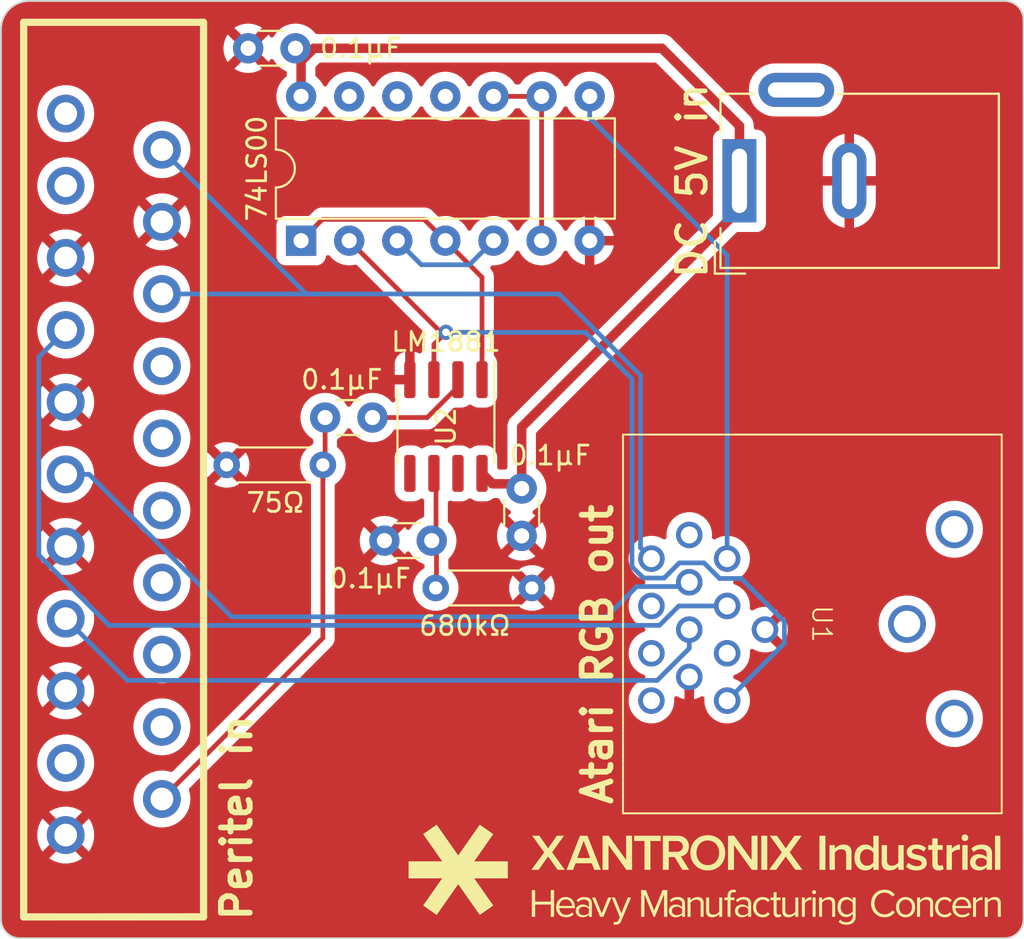
<source format=kicad_pcb>
(kicad_pcb (version 20221018) (generator pcbnew)

  (general
    (thickness 1.6)
  )

  (paper "A4")
  (layers
    (0 "F.Cu" signal)
    (31 "B.Cu" signal)
    (32 "B.Adhes" user "B.Adhesive")
    (33 "F.Adhes" user "F.Adhesive")
    (34 "B.Paste" user)
    (35 "F.Paste" user)
    (36 "B.SilkS" user "B.Silkscreen")
    (37 "F.SilkS" user "F.Silkscreen")
    (38 "B.Mask" user)
    (39 "F.Mask" user)
    (40 "Dwgs.User" user "User.Drawings")
    (41 "Cmts.User" user "User.Comments")
    (42 "Eco1.User" user "User.Eco1")
    (43 "Eco2.User" user "User.Eco2")
    (44 "Edge.Cuts" user)
    (45 "Margin" user)
    (46 "B.CrtYd" user "B.Courtyard")
    (47 "F.CrtYd" user "F.Courtyard")
    (48 "B.Fab" user)
    (49 "F.Fab" user)
    (50 "User.1" user)
    (51 "User.2" user)
    (52 "User.3" user)
    (53 "User.4" user)
    (54 "User.5" user)
    (55 "User.6" user)
    (56 "User.7" user)
    (57 "User.8" user)
    (58 "User.9" user)
  )

  (setup
    (pad_to_mask_clearance 0)
    (pcbplotparams
      (layerselection 0x00010fc_ffffffff)
      (plot_on_all_layers_selection 0x0000000_00000000)
      (disableapertmacros false)
      (usegerberextensions false)
      (usegerberattributes true)
      (usegerberadvancedattributes true)
      (creategerberjobfile true)
      (dashed_line_dash_ratio 12.000000)
      (dashed_line_gap_ratio 3.000000)
      (svgprecision 4)
      (plotframeref false)
      (viasonmask false)
      (mode 1)
      (useauxorigin false)
      (hpglpennumber 1)
      (hpglpenspeed 20)
      (hpglpendiameter 15.000000)
      (dxfpolygonmode true)
      (dxfimperialunits true)
      (dxfusepcbnewfont true)
      (psnegative false)
      (psa4output false)
      (plotreference true)
      (plotvalue true)
      (plotinvisibletext false)
      (sketchpadsonfab false)
      (subtractmaskfromsilk false)
      (outputformat 1)
      (mirror false)
      (drillshape 1)
      (scaleselection 1)
      (outputdirectory "")
    )
  )

  (net 0 "")
  (net 1 "GND")
  (net 2 "Net-(U2-INT)")
  (net 3 "CVBS")
  (net 4 "Net-(U2-VIDEO)")
  (net 5 "unconnected-(J1-P1-Pad1)")
  (net 6 "AUDIO_L")
  (net 7 "unconnected-(J1-P3-Pad3)")
  (net 8 "VIDEO_B")
  (net 9 "unconnected-(J1-P8-Pad8)")
  (net 10 "unconnected-(J1-P10-Pad10)")
  (net 11 "VIDEO_G")
  (net 12 "unconnected-(J1-P12-Pad12)")
  (net 13 "unconnected-(J1-P14-Pad14)")
  (net 14 "VIDEO_R")
  (net 15 "unconnected-(J1-P16-Pad16)")
  (net 16 "unconnected-(J1-P18-Pad18)")
  (net 17 "unconnected-(J1-P19-Pad19)")
  (net 18 "unconnected-(U1-Pad2)")
  (net 19 "unconnected-(U1-Pad3)")
  (net 20 "unconnected-(U1-Pad4)")
  (net 21 "HSYNC")
  (net 22 "unconnected-(U1-Pad11)")
  (net 23 "VSYNC")
  (net 24 "Net-(U2-CSYNC)")
  (net 25 "unconnected-(U2-BURST-Pad5)")
  (net 26 "+5V")
  (net 27 "Net-(U3-Pad3)")
  (net 28 "Net-(U3-Pad10)")
  (net 29 "unconnected-(U2-O{slash}E-Pad7)")
  (net 30 "unconnected-(U1-Pad5)")

  (footprint "Package_DIP:DIP-14_W7.62mm" (layer "F.Cu") (at 133.35 73.66 90))

  (footprint "Capacitor_THT:C_Disc_D3.0mm_W1.6mm_P2.50mm" (layer "F.Cu") (at 133.055 63.5 180))

  (footprint "Capacitor_THT:C_Disc_D3.0mm_W1.6mm_P2.50mm" (layer "F.Cu") (at 134.62 83))

  (footprint "Connector_BarrelJack:BarrelJack_Wuerth_6941xx301002" (layer "F.Cu") (at 156.5 70.5 90))

  (footprint "Capacitor_THT:C_Disc_D3.0mm_W1.6mm_P2.50mm" (layer "F.Cu") (at 145 86.75 -90))

  (footprint "Capacitor_THT:C_Disc_D3.0mm_W1.6mm_P2.50mm" (layer "F.Cu") (at 137.75 89.5))

  (footprint "Resistor_THT:R_Axial_DIN0204_L3.6mm_D1.6mm_P5.08mm_Horizontal" (layer "F.Cu") (at 129.42 85.5))

  (footprint "Resistor_THT:R_Axial_DIN0204_L3.6mm_D1.6mm_P5.08mm_Horizontal" (layer "F.Cu") (at 145.54 92 180))

  (footprint "sc1224-scart:SCART" (layer "F.Cu") (at 128.19964 86 90))

  (footprint "Package_SO:SOIC-8_3.9x4.9mm_P1.27mm" (layer "F.Cu") (at 141 83.475 -90))

  (footprint "sc1224-scart:DIN-13" (layer "F.Cu") (at 170.35 93.9 -90))

  (gr_poly
    (pts
      (xy 146.71168 109.367282)
      (xy 146.535996 109.367282)
      (xy 146.535996 108.719583)
      (xy 145.710496 108.719583)
      (xy 145.710496 109.367282)
      (xy 145.534812 109.367282)
      (xy 145.534812 107.955466)
      (xy 145.710496 107.955466)
      (xy 145.710496 108.562949)
      (xy 146.535996 108.562949)
      (xy 146.535996 107.955466)
      (xy 146.71168 107.955466)
    )

    (stroke (width 0) (type solid)) (fill solid) (layer "F.SilkS") (tstamp 04c21770-3c30-43ca-9e53-dd94507d64c1))
  (gr_poly
    (pts
      (xy 160.445912 107.959834)
      (xy 160.451367 107.960236)
      (xy 160.456747 107.960899)
      (xy 160.462043 107.961815)
      (xy 160.467249 107.96298)
      (xy 160.472358 107.964387)
      (xy 160.477364 107.966029)
      (xy 160.482259 107.967901)
      (xy 160.487035 107.969996)
      (xy 160.491687 107.972308)
      (xy 160.496208 107.974831)
      (xy 160.500589 107.977558)
      (xy 160.504825 107.980484)
      (xy 160.508908 107.983602)
      (xy 160.512831 107.986906)
      (xy 160.516588 107.99039)
      (xy 160.520171 107.994048)
      (xy 160.523574 107.997873)
      (xy 160.526789 108.00186)
      (xy 160.529809 108.006001)
      (xy 160.532628 108.010291)
      (xy 160.535238 108.014724)
      (xy 160.537633 108.019293)
      (xy 160.539805 108.023993)
      (xy 160.541748 108.028816)
      (xy 160.543455 108.033757)
      (xy 160.544918 108.03881)
      (xy 160.546131 108.043969)
      (xy 160.547086 108.049226)
      (xy 160.547777 108.054577)
      (xy 160.548197 108.060014)
      (xy 160.548338 108.065532)
      (xy 160.548197 108.071056)
      (xy 160.547777 108.076511)
      (xy 160.547086 108.081891)
      (xy 160.546131 108.087187)
      (xy 160.544918 108.092393)
      (xy 160.543455 108.097502)
      (xy 160.541748 108.102508)
      (xy 160.539805 108.107403)
      (xy 160.537633 108.112179)
      (xy 160.535238 108.116831)
      (xy 160.532628 108.121352)
      (xy 160.529809 108.125733)
      (xy 160.526789 108.129969)
      (xy 160.523574 108.134052)
      (xy 160.520171 108.137976)
      (xy 160.516588 108.141732)
      (xy 160.512831 108.145315)
      (xy 160.508908 108.148718)
      (xy 160.504825 108.151933)
      (xy 160.500589 108.154953)
      (xy 160.496208 108.157772)
      (xy 160.491687 108.160382)
      (xy 160.487035 108.162777)
      (xy 160.482259 108.16495)
      (xy 160.477364 108.166892)
      (xy 160.472358 108.168599)
      (xy 160.467249 108.170062)
      (xy 160.462043 108.171275)
      (xy 160.456747 108.17223)
      (xy 160.451367 108.172921)
      (xy 160.445912 108.173341)
      (xy 160.440388 108.173482)
      (xy 160.435057 108.173341)
      (xy 160.429782 108.172921)
      (xy 160.424571 108.17223)
      (xy 160.419432 108.171275)
      (xy 160.414373 108.170062)
      (xy 160.409399 108.168599)
      (xy 160.40452 108.166892)
      (xy 160.399742 108.16495)
      (xy 160.395072 108.162777)
      (xy 160.390518 108.160382)
      (xy 160.386087 108.157772)
      (xy 160.381787 108.154953)
      (xy 160.377625 108.151933)
      (xy 160.373608 108.148718)
      (xy 160.369744 108.145315)
      (xy 160.36604 108.141732)
      (xy 160.362504 108.137976)
      (xy 160.359142 108.134052)
      (xy 160.355962 108.129969)
      (xy 160.352972 108.125733)
      (xy 160.350179 108.121352)
      (xy 160.34759 108.116831)
      (xy 160.345213 108.112179)
      (xy 160.343055 108.107403)
      (xy 160.341123 108.102508)
      (xy 160.339424 108.097502)
      (xy 160.337967 108.092393)
      (xy 160.336758 108.087187)
      (xy 160.335805 108.081891)
      (xy 160.335116 108.076511)
      (xy 160.334696 108.071056)
      (xy 160.334555 108.065532)
      (xy 160.334696 108.060014)
      (xy 160.335116 108.054577)
      (xy 160.335805 108.049226)
      (xy 160.336758 108.043969)
      (xy 160.337967 108.03881)
      (xy 160.339424 108.033757)
      (xy 160.341123 108.028816)
      (xy 160.343055 108.023993)
      (xy 160.345213 108.019293)
      (xy 160.34759 108.014724)
      (xy 160.350179 108.010291)
      (xy 160.352972 108.006001)
      (xy 160.355962 108.00186)
      (xy 160.359142 107.997873)
      (xy 160.362504 107.994048)
      (xy 160.36604 107.99039)
      (xy 160.369744 107.986906)
      (xy 160.373608 107.983602)
      (xy 160.377625 107.980484)
      (xy 160.381787 107.977558)
      (xy 160.386087 107.974831)
      (xy 160.390518 107.972308)
      (xy 160.395072 107.969996)
      (xy 160.399742 107.967901)
      (xy 160.40452 107.966029)
      (xy 160.409399 107.964387)
      (xy 160.414373 107.96298)
      (xy 160.419432 107.961815)
      (xy 160.424571 107.960899)
      (xy 160.429782 107.960236)
      (xy 160.435057 107.959834)
      (xy 160.440388 107.959699)
    )

    (stroke (width 0) (type solid)) (fill solid) (layer "F.SilkS") (tstamp 097a4810-8236-4cc9-8d97-17989aed30d9))
  (gr_poly
    (pts
      (xy 150.514059 106.360875)
      (xy 150.514059 105.084366)
      (xy 150.829812 105.084366)
      (xy 150.829812 106.884433)
      (xy 150.524853 106.884433)
      (xy 149.585689 105.57284)
      (xy 149.585689 106.884433)
      (xy 149.269935 106.884433)
      (xy 149.269935 105.084366)
      (xy 149.593785 105.084366)
    )

    (stroke (width 0) (type solid)) (fill solid) (layer "F.SilkS") (tstamp 1b792017-f113-4190-ad02-d3b7f14eddcb))
  (gr_poly
    (pts
      (xy 148.351903 108.320686)
      (xy 148.390874 108.3242)
      (xy 148.428579 108.33015)
      (xy 148.446891 108.334064)
      (xy 148.464808 108.338615)
      (xy 148.482303 108.343815)
      (xy 148.499351 108.349673)
      (xy 148.515924 108.356197)
      (xy 148.531996 108.363399)
      (xy 148.547541 108.371288)
      (xy 148.562532 108.379873)
      (xy 148.576944 108.389165)
      (xy 148.59075 108.399172)
      (xy 148.603923 108.409905)
      (xy 148.616437 108.421373)
      (xy 148.628266 108.433585)
      (xy 148.639384 108.446553)
      (xy 148.649763 108.460285)
      (xy 148.659378 108.47479)
      (xy 148.668203 108.49008)
      (xy 148.67621 108.506163)
      (xy 148.683374 108.523049)
      (xy 148.689669 108.540747)
      (xy 148.695067 108.559268)
      (xy 148.699543 108.578621)
      (xy 148.70307 108.598816)
      (xy 148.705622 108.619863)
      (xy 148.707173 108.64177)
      (xy 148.707696 108.664549)
      (xy 148.707696 109.367282)
      (xy 148.548945 109.367282)
      (xy 148.548945 109.250866)
      (xy 148.532701 109.267806)
      (xy 148.515728 109.283699)
      (xy 148.498042 109.298537)
      (xy 148.479658 109.312315)
      (xy 148.460592 109.325027)
      (xy 148.440859 109.336665)
      (xy 148.420476 109.347225)
      (xy 148.399456 109.356699)
      (xy 148.377817 109.365082)
      (xy 148.355573 109.372368)
      (xy 148.332739 109.378549)
      (xy 148.309333 109.383621)
      (xy 148.285368 109.387576)
      (xy 148.26086 109.390409)
      (xy 148.235825 109.392113)
      (xy 148.210279 109.392683)
      (xy 148.193982 109.392342)
      (xy 148.177659 109.391321)
      (xy 148.145076 109.387246)
      (xy 148.128887 109.384196)
      (xy 148.112815 109.380474)
      (xy 148.096895 109.376081)
      (xy 148.081162 109.37102)
      (xy 148.065653 109.365292)
      (xy 148.050403 109.358899)
      (xy 148.035447 109.351844)
      (xy 148.020821 109.344127)
      (xy 148.006561 109.335752)
      (xy 147.992703 109.32672)
      (xy 147.979282 109.317033)
      (xy 147.966333 109.306693)
      (xy 147.953894 109.295702)
      (xy 147.941998 109.284061)
      (xy 147.930682 109.271773)
      (xy 147.919982 109.258841)
      (xy 147.909932 109.245264)
      (xy 147.90057 109.231046)
      (xy 147.89193 109.216189)
      (xy 147.884048 109.200694)
      (xy 147.87696 109.184564)
      (xy 147.870701 109.1678)
      (xy 147.865307 109.150404)
      (xy 147.860814 109.132378)
      (xy 147.857258 109.113724)
      (xy 147.854673 109.094445)
      (xy 147.853096 109.074542)
      (xy 147.852618 109.056132)
      (xy 148.015545 109.056132)
      (xy 148.015848 109.06813)
      (xy 148.016746 109.079906)
      (xy 148.018231 109.09145)
      (xy 148.020291 109.102753)
      (xy 148.022916 109.113802)
      (xy 148.026094 109.124588)
      (xy 148.029814 109.135101)
      (xy 148.034066 109.14533)
      (xy 148.038839 109.155264)
      (xy 148.044122 109.164893)
      (xy 148.049905 109.174206)
      (xy 148.056175 109.183194)
      (xy 148.062924 109.191845)
      (xy 148.070138 109.20015)
      (xy 148.077809 109.208097)
      (xy 148.085924 109.215676)
      (xy 148.094474 109.222877)
      (xy 148.103447 109.229689)
      (xy 148.112832 109.236102)
      (xy 148.122619 109.242105)
      (xy 148.132796 109.247688)
      (xy 148.143353 109.252841)
      (xy 148.15428 109.257552)
      (xy 148.165564 109.261812)
      (xy 148.177195 109.26561)
      (xy 148.189163 109.268936)
      (xy 148.201457 109.271779)
      (xy 148.214065 109.274128)
      (xy 148.226977 109.275973)
      (xy 148.240183 109.277305)
      (xy 148.25367 109.278111)
      (xy 148.267428 109.278382)
      (xy 148.288403 109.277886)
      (xy 148.309216 109.276398)
      (xy 148.329806 109.273917)
      (xy 148.350111 109.270444)
      (xy 148.370068 109.26598)
      (xy 148.389617 109.260523)
      (xy 148.408694 109.254073)
      (xy 148.427237 109.246632)
      (xy 148.445185 109.238198)
      (xy 148.462476 109.228773)
      (xy 148.479048 109.218355)
      (xy 148.494838 109.206944)
      (xy 148.509785 109.194542)
      (xy 148.516923 109.187969)
      (xy 148.523826 109.181148)
      (xy 148.530488 109.174078)
      (xy 148.536901 109.166761)
      (xy 148.543056 109.159195)
      (xy 148.548945 109.151382)
      (xy 148.548945 108.958766)
      (xy 148.536901 108.943387)
      (xy 148.523826 108.929)
      (xy 148.509785 108.915606)
      (xy 148.494838 108.903203)
      (xy 148.479047 108.891793)
      (xy 148.462476 108.881375)
      (xy 148.445185 108.871949)
      (xy 148.427236 108.863516)
      (xy 148.408693 108.856074)
      (xy 148.389616 108.849625)
      (xy 148.370068 108.844168)
      (xy 148.35011 108.839703)
      (xy 148.329806 108.836231)
      (xy 148.309216 108.83375)
      (xy 148.288403 108.832262)
      (xy 148.267428 108.831766)
      (xy 148.25367 108.832037)
      (xy 148.240183 108.832844)
      (xy 148.226978 108.834176)
      (xy 148.214066 108.836024)
      (xy 148.201457 108.838377)
      (xy 148.189164 108.841226)
      (xy 148.177196 108.844559)
      (xy 148.165564 108.848368)
      (xy 148.15428 108.852642)
      (xy 148.143354 108.857371)
      (xy 148.132797 108.862545)
      (xy 148.122619 108.868154)
      (xy 148.112832 108.874188)
      (xy 148.103447 108.880636)
      (xy 148.094474 108.887489)
      (xy 148.085925 108.894736)
      (xy 148.077809 108.902368)
      (xy 148.070139 108.910375)
      (xy 148.062924 108.918745)
      (xy 148.056176 108.92747)
      (xy 148.049905 108.936539)
      (xy 148.044123 108.945943)
      (xy 148.038839 108.95567)
      (xy 148.034066 108.965711)
      (xy 148.029814 108.976056)
      (xy 148.026094 108.986695)
      (xy 148.022916 108.997617)
      (xy 148.020291 109.008813)
      (xy 148.018231 109.020273)
      (xy 148.016746 109.031986)
      (xy 148.015848 109.043943)
      (xy 148.015545 109.056132)
      (xy 147.852618 109.056132)
      (xy 147.852563 109.054016)
      (xy 147.853096 109.032938)
      (xy 147.854673 109.012564)
      (xy 147.857258 108.992893)
      (xy 147.860814 108.973922)
      (xy 147.865307 108.955648)
      (xy 147.870701 108.93807)
      (xy 147.87696 108.921184)
      (xy 147.884048 108.904989)
      (xy 147.89193 108.889483)
      (xy 147.90057 108.874663)
      (xy 147.909932 108.860526)
      (xy 147.919982 108.84707)
      (xy 147.930682 108.834294)
      (xy 147.941998 108.822194)
      (xy 147.953894 108.810769)
      (xy 147.966333 108.800016)
      (xy 147.979282 108.789932)
      (xy 147.992703 108.780516)
      (xy 148.006561 108.771765)
      (xy 148.020821 108.763677)
      (xy 148.035447 108.756249)
      (xy 148.050403 108.749479)
      (xy 148.081162 108.737905)
      (xy 148.112815 108.728935)
      (xy 148.145076 108.722551)
      (xy 148.177659 108.718734)
      (xy 148.210279 108.717466)
      (xy 148.236197 108.717988)
      (xy 148.261554 108.719562)
      (xy 148.286335 108.722196)
      (xy 148.310523 108.725899)
      (xy 148.334103 108.730682)
      (xy 148.357061 108.736553)
      (xy 148.379379 108.743522)
      (xy 148.401044 108.751597)
      (xy 148.422038 108.760789)
      (xy 148.442347 108.771106)
      (xy 148.461956 108.782558)
      (xy 148.480848 108.795154)
      (xy 148.499009 108.808904)
      (xy 148.516422 108.823816)
      (xy 148.533073 108.8399)
      (xy 148.548945 108.857166)
      (xy 148.548945 108.673016)
      (xy 148.548625 108.660292)
      (xy 148.547673 108.647918)
      (xy 148.546103 108.635899)
      (xy 148.543927 108.624237)
      (xy 148.541158 108.612937)
      (xy 148.537811 108.602001)
      (xy 148.533898 108.591434)
      (xy 148.529432 108.581238)
      (xy 148.524427 108.571418)
      (xy 148.518896 108.561976)
      (xy 148.512851 108.552916)
      (xy 148.506306 108.544242)
      (xy 148.499275 108.535957)
      (xy 148.491769 108.528065)
      (xy 148.483804 108.520569)
      (xy 148.475391 108.513472)
      (xy 148.466544 108.506778)
      (xy 148.457276 108.500491)
      (xy 148.447601 108.494614)
      (xy 148.437531 108.489151)
      (xy 148.427079 108.484104)
      (xy 148.41626 108.479478)
      (xy 148.405085 108.475277)
      (xy 148.393569 108.471502)
      (xy 148.369563 108.46525)
      (xy 148.344348 108.460749)
      (xy 148.318029 108.458029)
      (xy 148.290712 108.457115)
      (xy 148.267962 108.457638)
      (xy 148.245737 108.459216)
      (xy 148.224014 108.461859)
      (xy 148.202771 108.465582)
      (xy 148.181987 108.470396)
      (xy 148.161641 108.476314)
      (xy 148.14171 108.483349)
      (xy 148.122173 108.491511)
      (xy 148.103007 108.500815)
      (xy 148.084192 108.511273)
      (xy 148.065706 108.522896)
      (xy 148.047527 108.535697)
      (xy 148.029633 108.549689)
      (xy 148.012002 108.564884)
      (xy 147.994614 108.581294)
      (xy 147.977445 108.598932)
      (xy 147.903362 108.488866)
      (xy 147.924251 108.468128)
      (xy 147.945658 108.448773)
      (xy 147.967605 108.430795)
      (xy 147.990113 108.414187)
      (xy 148.013203 108.398944)
      (xy 148.036898 108.385058)
      (xy 148.06122 108.372524)
      (xy 148.086189 108.361337)
      (xy 148.111829 108.351488)
      (xy 148.138159 108.342973)
      (xy 148.165203 108.335785)
      (xy 148.192982 108.329917)
      (xy 148.221517 108.325365)
      (xy 148.25083 108.32212)
      (xy 148.280944 108.320178)
      (xy 148.311879 108.319532)
    )

    (stroke (width 0) (type solid)) (fill solid) (layer "F.SilkS") (tstamp 1d537a32-c095-4159-b96b-97cc55e53437))
  (gr_poly
    (pts
      (xy 157.745117 108.319753)
      (xy 157.761919 108.320412)
      (xy 157.778291 108.321499)
      (xy 157.794241 108.323004)
      (xy 157.809777 108.324919)
      (xy 157.824907 108.327233)
      (xy 157.839639 108.329939)
      (xy 157.853982 108.333025)
      (xy 157.867944 108.336484)
      (xy 157.881533 108.340305)
      (xy 157.894756 108.34448)
      (xy 157.907622 108.349)
      (xy 157.92014 108.353853)
      (xy 157.932317 108.359033)
      (xy 157.944161 108.364529)
      (xy 157.955681 108.370332)
      (xy 157.966885 108.376432)
      (xy 157.977781 108.382821)
      (xy 157.988376 108.389489)
      (xy 157.99868 108.396426)
      (xy 158.018445 108.411073)
      (xy 158.03714 108.426688)
      (xy 158.05483 108.443195)
      (xy 158.071581 108.460521)
      (xy 158.087458 108.478592)
      (xy 158.102525 108.497332)
      (xy 157.996692 108.594698)
      (xy 157.983768 108.577853)
      (xy 157.970399 108.562229)
      (xy 157.956582 108.547808)
      (xy 157.94232 108.534572)
      (xy 157.92761 108.522501)
      (xy 157.912455 108.511578)
      (xy 157.896853 108.501783)
      (xy 157.880804 108.493098)
      (xy 157.864309 108.485505)
      (xy 157.847367 108.478984)
      (xy 157.829979 108.473518)
      (xy 157.812145 108.469087)
      (xy 157.793864 108.465674)
      (xy 157.775136 108.463258)
      (xy 157.755962 108.461823)
      (xy 157.736342 108.461348)
      (xy 157.716146 108.461835)
      (xy 157.696444 108.463281)
      (xy 157.677244 108.465668)
      (xy 157.658558 108.468976)
      (xy 157.640394 108.473184)
      (xy 157.622762 108.478273)
      (xy 157.605672 108.484223)
      (xy 157.589134 108.491015)
      (xy 157.573156 108.498628)
      (xy 157.55775 108.507043)
      (xy 157.542924 108.51624)
      (xy 157.528689 108.5262)
      (xy 157.515053 108.536902)
      (xy 157.502027 108.548327)
      (xy 157.489621 108.560456)
      (xy 157.477843 108.573267)
      (xy 157.466705 108.586742)
      (xy 157.456214 108.600861)
      (xy 157.446382 108.615603)
      (xy 157.437217 108.63095)
      (xy 157.42873 108.646882)
      (xy 157.420931 108.663378)
      (xy 157.413828 108.680419)
      (xy 157.407431 108.697985)
      (xy 157.401751 108.716057)
      (xy 157.396797 108.734614)
      (xy 157.392578 108.753637)
      (xy 157.389105 108.773106)
      (xy 157.386386 108.793002)
      (xy 157.384433 108.813304)
      (xy 157.383253 108.833992)
      (xy 157.382858 108.855048)
      (xy 157.383253 108.87611)
      (xy 157.384433 108.896817)
      (xy 157.386386 108.917148)
      (xy 157.389105 108.937082)
      (xy 157.392578 108.956599)
      (xy 157.396797 108.975678)
      (xy 157.401751 108.9943)
      (xy 157.407431 109.012443)
      (xy 157.413828 109.030086)
      (xy 157.420931 109.04721)
      (xy 157.42873 109.063794)
      (xy 157.437217 109.079816)
      (xy 157.446382 109.095258)
      (xy 157.456214 109.110097)
      (xy 157.466705 109.124314)
      (xy 157.477843 109.137888)
      (xy 157.489621 109.150799)
      (xy 157.502027 109.163025)
      (xy 157.515053 109.174547)
      (xy 157.528689 109.185344)
      (xy 157.542924 109.195395)
      (xy 157.55775 109.204679)
      (xy 157.573156 109.213177)
      (xy 157.589134 109.220868)
      (xy 157.605672 109.227731)
      (xy 157.622762 109.233745)
      (xy 157.640394 109.238891)
      (xy 157.658558 109.243147)
      (xy 157.677244 109.246493)
      (xy 157.696444 109.248908)
      (xy 157.716146 109.250372)
      (xy 157.736342 109.250865)
      (xy 157.755962 109.250367)
      (xy 157.775136 109.248868)
      (xy 157.793864 109.246358)
      (xy 157.812145 109.242828)
      (xy 157.829979 109.238269)
      (xy 157.847367 109.232671)
      (xy 157.864309 109.226025)
      (xy 157.880804 109.218322)
      (xy 157.896853 109.209552)
      (xy 157.912455 109.199706)
      (xy 157.92761 109.188775)
      (xy 157.94232 109.176749)
      (xy 157.956582 109.16362)
      (xy 157.970399 109.149377)
      (xy 157.983768 109.134012)
      (xy 157.996692 109.117515)
      (xy 158.102525 109.214882)
      (xy 158.087458 109.233622)
      (xy 158.071582 109.251692)
      (xy 158.054831 109.269018)
      (xy 158.03714 109.285525)
      (xy 158.018445 109.30114)
      (xy 157.998681 109.315787)
      (xy 157.977781 109.329393)
      (xy 157.955682 109.341882)
      (xy 157.932317 109.35318)
      (xy 157.907623 109.363214)
      (xy 157.881533 109.371908)
      (xy 157.853983 109.379188)
      (xy 157.824907 109.38498)
      (xy 157.794241 109.389209)
      (xy 157.761919 109.391801)
      (xy 157.727876 109.392682)
      (xy 157.699596 109.392005)
      (xy 157.671918 109.389993)
      (xy 157.644861 109.386675)
      (xy 157.618446 109.382082)
      (xy 157.592691 109.376242)
      (xy 157.567616 109.369186)
      (xy 157.54324 109.360941)
      (xy 157.519582 109.351539)
      (xy 157.496663 109.341008)
      (xy 157.474501 109.329378)
      (xy 157.453115 109.316678)
      (xy 157.432526 109.302938)
      (xy 157.412752 109.288188)
      (xy 157.393813 109.272456)
      (xy 157.375728 109.255772)
      (xy 157.358517 109.238165)
      (xy 157.342199 109.219666)
      (xy 157.326793 109.200303)
      (xy 157.312318 109.180106)
      (xy 157.298795 109.159104)
      (xy 157.286243 109.137328)
      (xy 157.27468 109.114805)
      (xy 157.264126 109.091567)
      (xy 157.254601 109.067641)
      (xy 157.246124 109.043059)
      (xy 157.238715 109.017848)
      (xy 157.232392 108.992039)
      (xy 157.227176 108.965661)
      (xy 157.223084 108.938744)
      (xy 157.220138 108.911316)
      (xy 157.218356 108.883408)
      (xy 157.217758 108.855049)
      (xy 157.217758 108.855048)
      (xy 157.218356 108.826881)
      (xy 157.220138 108.799154)
      (xy 157.223084 108.771895)
      (xy 157.227176 108.745135)
      (xy 157.232392 108.718903)
      (xy 157.238715 108.69323)
      (xy 157.246124 108.668146)
      (xy 157.254601 108.643679)
      (xy 157.264126 108.619861)
      (xy 157.27468 108.59672)
      (xy 157.286243 108.574288)
      (xy 157.298795 108.552592)
      (xy 157.312318 108.531664)
      (xy 157.326793 108.511534)
      (xy 157.342199 108.49223)
      (xy 157.358517 108.473784)
      (xy 157.375728 108.456224)
      (xy 157.393813 108.439581)
      (xy 157.412752 108.423884)
      (xy 157.432526 108.409163)
      (xy 157.453115 108.395449)
      (xy 157.474501 108.382771)
      (xy 157.496663 108.371158)
      (xy 157.519582 108.360641)
      (xy 157.54324 108.35125)
      (xy 157.567616 108.343014)
      (xy 157.592691 108.335963)
      (xy 157.618446 108.330127)
      (xy 157.644861 108.325536)
      (xy 157.671918 108.32222)
      (xy 157.699596 108.320209)
      (xy 157.727876 108.319532)
    )

    (stroke (width 0) (type solid)) (fill solid) (layer "F.SilkS") (tstamp 25a100fb-619a-4bdb-83b4-e6a78ec40c77))
  (gr_poly
    (pts
      (xy 164.193722 107.932534)
      (xy 164.217012 107.933577)
      (xy 164.239826 107.935296)
      (xy 164.262168 107.937677)
      (xy 164.284042 107.940705)
      (xy 164.305452 107.944364)
      (xy 164.326401 107.948639)
      (xy 164.346893 107.953515)
      (xy 164.366933 107.958977)
      (xy 164.386524 107.96501)
      (xy 164.40567 107.971599)
      (xy 164.424375 107.978729)
      (xy 164.442643 107.986384)
      (xy 164.460477 107.99455)
      (xy 164.477882 108.003211)
      (xy 164.494862 108.012352)
      (xy 164.51142 108.021958)
      (xy 164.52756 108.032014)
      (xy 164.543286 108.042505)
      (xy 164.558601 108.053416)
      (xy 164.588019 108.076436)
      (xy 164.615842 108.100954)
      (xy 164.642103 108.126848)
      (xy 164.666832 108.153999)
      (xy 164.690061 108.182284)
      (xy 164.711819 108.211583)
      (xy 164.563653 108.294133)
      (xy 164.547814 108.272293)
      (xy 164.530502 108.251278)
      (xy 164.511783 108.231169)
      (xy 164.49172 108.212046)
      (xy 164.470381 108.193989)
      (xy 164.447828 108.177079)
      (xy 164.424129 108.161398)
      (xy 164.399348 108.147024)
      (xy 164.373549 108.13404)
      (xy 164.346799 108.122526)
      (xy 164.319161 108.112561)
      (xy 164.290702 108.104228)
      (xy 164.261487 108.097606)
      (xy 164.23158 108.092776)
      (xy 164.201047 108.08982)
      (xy 164.169952 108.088816)
      (xy 164.141779 108.089506)
      (xy 164.114034 108.091561)
      (xy 164.086746 108.094953)
      (xy 164.059948 108.09966)
      (xy 164.033669 108.105654)
      (xy 164.007939 108.112912)
      (xy 163.982791 108.121408)
      (xy 163.958253 108.131116)
      (xy 163.934357 108.142012)
      (xy 163.911134 108.15407)
      (xy 163.888614 108.167266)
      (xy 163.866828 108.181573)
      (xy 163.845805 108.196967)
      (xy 163.825578 108.213423)
      (xy 163.806176 108.230915)
      (xy 163.787631 108.249418)
      (xy 163.769972 108.268907)
      (xy 163.75323 108.289357)
      (xy 163.737437 108.310743)
      (xy 163.722622 108.333039)
      (xy 163.708816 108.35622)
      (xy 163.696051 108.380261)
      (xy 163.684355 108.405137)
      (xy 163.673761 108.430823)
      (xy 163.664299 108.457293)
      (xy 163.655998 108.484522)
      (xy 163.648891 108.512486)
      (xy 163.643008 108.541158)
      (xy 163.638378 108.570514)
      (xy 163.635033 108.600529)
      (xy 163.633004 108.631176)
      (xy 163.632321 108.662432)
      (xy 163.633004 108.693502)
      (xy 163.635033 108.723987)
      (xy 163.638378 108.753862)
      (xy 163.643008 108.783099)
      (xy 163.648891 108.811673)
      (xy 163.655998 108.839556)
      (xy 163.664299 108.866724)
      (xy 163.673761 108.893149)
      (xy 163.684355 108.918805)
      (xy 163.696051 108.943666)
      (xy 163.708816 108.967705)
      (xy 163.722622 108.990896)
      (xy 163.737437 109.013213)
      (xy 163.75323 109.034629)
      (xy 163.769972 109.055118)
      (xy 163.787631 109.074653)
      (xy 163.806176 109.093209)
      (xy 163.825578 109.110759)
      (xy 163.845805 109.127276)
      (xy 163.866828 109.142734)
      (xy 163.888614 109.157107)
      (xy 163.911134 109.170368)
      (xy 163.934357 109.182492)
      (xy 163.958253 109.193451)
      (xy 163.982791 109.20322)
      (xy 164.007939 109.211772)
      (xy 164.033669 109.21908)
      (xy 164.059948 109.225119)
      (xy 164.086746 109.229861)
      (xy 164.114034 109.233281)
      (xy 164.141779 109.235353)
      (xy 164.169952 109.236049)
      (xy 164.185566 109.235803)
      (xy 164.201047 109.235069)
      (xy 164.216388 109.233857)
      (xy 164.23158 109.232175)
      (xy 164.246616 109.230034)
      (xy 164.261487 109.22744)
      (xy 164.276185 109.224404)
      (xy 164.290702 109.220935)
      (xy 164.30503 109.21704)
      (xy 164.319161 109.21273)
      (xy 164.346799 109.202898)
      (xy 164.373549 109.191509)
      (xy 164.399348 109.178635)
      (xy 164.424129 109.164347)
      (xy 164.447828 109.148716)
      (xy 164.470381 109.131814)
      (xy 164.49172 109.113712)
      (xy 164.511783 109.094482)
      (xy 164.530502 109.074194)
      (xy 164.547814 109.052921)
      (xy 164.563653 109.030733)
      (xy 164.713937 109.113282)
      (xy 164.691108 109.14293)
      (xy 164.667036 109.171474)
      (xy 164.641667 109.198803)
      (xy 164.61495 109.224804)
      (xy 164.586831 109.249367)
      (xy 164.557258 109.27238)
      (xy 164.526179 109.29373)
      (xy 164.493539 109.313307)
      (xy 164.459288 109.330999)
      (xy 164.423371 109.346694)
      (xy 164.385736 109.360281)
      (xy 164.346331 109.371648)
      (xy 164.305103 109.380683)
      (xy 164.261999 109.387275)
      (xy 164.216966 109.391312)
      (xy 164.169952 109.392682)
      (xy 164.169952 109.392683)
      (xy 164.132691 109.39182)
      (xy 164.095944 109.389249)
      (xy 164.059756 109.385)
      (xy 164.024171 109.379102)
      (xy 163.989233 109.371584)
      (xy 163.954984 109.362475)
      (xy 163.92147 109.351805)
      (xy 163.888734 109.339601)
      (xy 163.856819 109.325893)
      (xy 163.82577 109.310711)
      (xy 163.79563 109.294083)
      (xy 163.766443 109.276039)
      (xy 163.738253 109.256607)
      (xy 163.711103 109.235817)
      (xy 163.685038 109.213697)
      (xy 163.660101 109.190277)
      (xy 163.636336 109.165585)
      (xy 163.613787 109.139652)
      (xy 163.592498 109.112505)
      (xy 163.572512 109.084175)
      (xy 163.553873 109.054689)
      (xy 163.536625 109.024078)
      (xy 163.520812 108.992369)
      (xy 163.506478 108.959593)
      (xy 163.493665 108.925778)
      (xy 163.48242 108.890954)
      (xy 163.472784 108.855149)
      (xy 163.464802 108.818393)
      (xy 163.458517 108.780714)
      (xy 163.453974 108.742141)
      (xy 163.451216 108.702705)
      (xy 163.450287 108.662433)
      (xy 163.451216 108.622161)
      (xy 163.453974 108.582725)
      (xy 163.458517 108.544152)
      (xy 163.464801 108.506473)
      (xy 163.472784 108.469717)
      (xy 163.482419 108.433912)
      (xy 163.493665 108.399088)
      (xy 163.506477 108.365273)
      (xy 163.520811 108.332497)
      (xy 163.536624 108.300788)
      (xy 163.553872 108.270177)
      (xy 163.572511 108.240691)
      (xy 163.592497 108.212361)
      (xy 163.613786 108.185214)
      (xy 163.636335 108.15928)
      (xy 163.6601 108.134589)
      (xy 163.685037 108.111169)
      (xy 163.711102 108.089049)
      (xy 163.738251 108.068259)
      (xy 163.766442 108.048827)
      (xy 163.795628 108.030782)
      (xy 163.825769 108.014155)
      (xy 163.856818 107.998972)
      (xy 163.888733 107.985265)
      (xy 163.921469 107.973061)
      (xy 163.954983 107.96239)
      (xy 163.989232 107.953281)
      (xy 164.02417 107.945764)
      (xy 164.059756 107.939866)
      (xy 164.095944 107.935617)
      (xy 164.13269 107.933046)
      (xy 164.169952 107.932183)
    )

    (stroke (width 0) (type solid)) (fill solid) (layer "F.SilkS") (tstamp 28a983d9-9707-4b77-a6ac-991f33a9e9b2))
  (gr_poly
    (pts
      (xy 150.263445 109.183132)
      (xy 150.602112 108.344932)
      (xy 150.775677 108.344932)
      (xy 150.263445 109.574716)
      (xy 150.251442 109.601439)
      (xy 150.238463 109.626082)
      (xy 150.224522 109.648697)
      (xy 150.209636 109.669337)
      (xy 150.201843 109.678933)
      (xy 150.193819 109.688055)
      (xy 150.185567 109.696709)
      (xy 150.177088 109.704903)
      (xy 150.168384 109.712642)
      (xy 150.159457 109.719934)
      (xy 150.15031 109.726785)
      (xy 150.140943 109.733201)
      (xy 150.121561 109.744756)
      (xy 150.101326 109.754653)
      (xy 150.080254 109.762943)
      (xy 150.05836 109.76968)
      (xy 150.03566 109.774917)
      (xy 150.01217 109.778705)
      (xy 149.987904 109.781098)
      (xy 149.962879 109.782149)
      (xy 149.949369 109.78186)
      (xy 149.934568 109.781025)
      (xy 149.918975 109.779693)
      (xy 149.903083 109.777916)
      (xy 149.88739 109.775741)
      (xy 149.872391 109.773219)
      (xy 149.858583 109.7704)
      (xy 149.852281 109.768894)
      (xy 149.846462 109.767332)
      (xy 149.871861 109.623399)
      (xy 149.876394 109.625333)
      (xy 149.881233 109.627165)
      (xy 149.886339 109.628892)
      (xy 149.891672 109.63051)
      (xy 149.89719 109.632016)
      (xy 149.902855 109.633408)
      (xy 149.908624 109.634682)
      (xy 149.914459 109.635835)
      (xy 149.926163 109.637765)
      (xy 149.937643 109.639175)
      (xy 149.948578 109.640039)
      (xy 149.95374 109.640259)
      (xy 149.958645 109.640333)
      (xy 149.971472 109.640051)
      (xy 149.983772 109.639167)
      (xy 149.995563 109.637626)
      (xy 150.006865 109.635372)
      (xy 150.012338 109.63396)
      (xy 150.017695 109.632349)
      (xy 150.02294 109.630531)
      (xy 150.028073 109.628501)
      (xy 150.033098 109.62625)
      (xy 150.038017 109.623772)
      (xy 150.042832 109.621061)
      (xy 150.047545 109.618108)
      (xy 150.052159 109.614907)
      (xy 150.056676 109.611451)
      (xy 150.061099 109.607733)
      (xy 150.065429 109.603746)
      (xy 150.06967 109.599483)
      (xy 150.073822 109.594937)
      (xy 150.07789 109.590101)
      (xy 150.081875 109.584969)
      (xy 150.085779 109.579532)
      (xy 150.089604 109.573785)
      (xy 150.093354 109.56772)
      (xy 150.09703 109.56133)
      (xy 150.100635 109.554608)
      (xy 150.104171 109.547547)
      (xy 150.111045 109.532382)
      (xy 150.178778 109.377866)
      (xy 149.751211 108.344932)
      (xy 149.922661 108.344932)
    )

    (stroke (width 0) (type solid)) (fill solid) (layer "F.SilkS") (tstamp 28c6bc3a-2d32-4989-ba10-d0f3141b95a3))
  (gr_poly
    (pts
      (xy 143.5 105)
      (xy 140.510363 109.269661)
      (xy 139.79511 108.768865)
      (xy 142.784746 104.499203)
    )

    (stroke (width 0) (type solid)) (fill solid) (layer "F.SilkS") (tstamp 2a376715-dabc-42f5-8a4d-6c41139faf04))
  (gr_poly
    (pts
      (xy 161.038808 106.884433)
      (xy 160.723053 106.884433)
      (xy 160.723053 105.084366)
      (xy 161.038808 105.084366)
    )

    (stroke (width 0) (type solid)) (fill solid) (layer "F.SilkS") (tstamp 2ee25e86-9f08-4eb0-b8fa-78f08543074e))
  (gr_poly
    (pts
      (xy 158.462359 108.344932)
      (xy 158.669794 108.344932)
      (xy 158.669794 108.484632)
      (xy 158.462359 108.484632)
      (xy 158.462359 109.119633)
      (xy 158.462757 109.133664)
      (xy 158.463254 109.140478)
      (xy 158.463951 109.147149)
      (xy 158.464848 109.153672)
      (xy 158.465945 109.160039)
      (xy 158.467243 109.166246)
      (xy 158.468742 109.172285)
      (xy 158.470443 109.17815)
      (xy 158.472346 109.183835)
      (xy 158.474451 109.189335)
      (xy 158.476758 109.194642)
      (xy 158.479269 109.199751)
      (xy 158.481983 109.204655)
      (xy 158.484901 109.209348)
      (xy 158.488023 109.213824)
      (xy 158.49135 109.218077)
      (xy 158.494882 109.222101)
      (xy 158.49862 109.225889)
      (xy 158.502563 109.229435)
      (xy 158.506712 109.232733)
      (xy 158.511068 109.235776)
      (xy 158.515631 109.23856)
      (xy 158.520401 109.241076)
      (xy 158.525379 109.24332)
      (xy 158.530566 109.245285)
      (xy 158.53596 109.246964)
      (xy 158.541564 109.248352)
      (xy 158.547377 109.249443)
      (xy 158.553399 109.250229)
      (xy 158.559632 109.250706)
      (xy 158.566075 109.250866)
      (xy 158.57438 109.250646)
      (xy 158.582607 109.250002)
      (xy 158.59073 109.248954)
      (xy 158.598718 109.247525)
      (xy 158.606546 109.245737)
      (xy 158.614184 109.243611)
      (xy 158.621606 109.241168)
      (xy 158.628782 109.23843)
      (xy 158.635685 109.23542)
      (xy 158.642288 109.232159)
      (xy 158.648562 109.228668)
      (xy 158.65448 109.22497)
      (xy 158.660013 109.221085)
      (xy 158.665134 109.217036)
      (xy 158.669814 109.212845)
      (xy 158.674026 109.208533)
      (xy 158.720593 109.327066)
      (xy 158.712849 109.334081)
      (xy 158.704681 109.340824)
      (xy 158.696059 109.347269)
      (xy 158.686958 109.353392)
      (xy 158.677347 109.359167)
      (xy 158.667201 109.36457)
      (xy 158.65649 109.369577)
      (xy 158.645187 109.374161)
      (xy 158.633263 109.3783)
      (xy 158.620692 109.381967)
      (xy 158.607445 109.385137)
      (xy 158.593494 109.387787)
      (xy 158.578811 109.389892)
      (xy 158.563369 109.391425)
      (xy 158.547139 109.392364)
      (xy 158.530093 109.392682)
      (xy 158.516221 109.392429)
      (xy 158.502784 109.39167)
      (xy 158.489781 109.390411)
      (xy 158.477214 109.388656)
      (xy 158.465082 109.386407)
      (xy 158.453386 109.383669)
      (xy 158.442127 109.380446)
      (xy 158.431304 109.376741)
      (xy 158.420919 109.372559)
      (xy 158.410971 109.367903)
      (xy 158.401461 109.362778)
      (xy 158.39239 109.357187)
      (xy 158.383757 109.351133)
      (xy 158.375563 109.344622)
      (xy 158.367809 109.337657)
      (xy 158.360495 109.330241)
      (xy 158.353621 109.322378)
      (xy 158.347188 109.314073)
      (xy 158.341196 109.305329)
      (xy 158.335645 109.296151)
      (xy 158.330536 109.286541)
      (xy 158.32587 109.276504)
      (xy 158.321645 109.266044)
      (xy 158.317864 109.255165)
      (xy 158.314527 109.24387)
      (xy 158.311633 109.232164)
      (xy 158.309183 109.22005)
      (xy 158.307178 109.207532)
      (xy 158.305617 109.194614)
      (xy 158.304503 109.1813)
      (xy 158.30361 109.153499)
      (xy 158.30361 108.484632)
      (xy 158.134276 108.484632)
      (xy 158.134276 108.344932)
      (xy 158.30361 108.344932)
      (xy 158.30361 108.065533)
      (xy 158.462359 108.065533)
    )

    (stroke (width 0) (type solid)) (fill solid) (layer "F.SilkS") (tstamp 32514a47-9a29-40ab-ab22-39be037df96d))
  (gr_poly
    (pts
      (xy 166.968225 105.580936)
      (xy 167.232699 105.580936)
      (xy 167.232699 105.829221)
      (xy 166.968225 105.829221)
      (xy 166.968225 106.512005)
      (xy 166.968351 106.520282)
      (xy 166.96873 106.528409)
      (xy 166.969359 106.536379)
      (xy 166.970238 106.544184)
      (xy 166.971367 106.551818)
      (xy 166.972743 106.559272)
      (xy 166.974367 106.566539)
      (xy 166.976237 106.573612)
      (xy 166.978352 106.580484)
      (xy 166.98071 106.587146)
      (xy 166.983312 106.593592)
      (xy 166.986157 106.599814)
      (xy 166.989242 106.605805)
      (xy 166.992567 106.611557)
      (xy 166.996132 106.617064)
      (xy 166.999935 106.622316)
      (xy 167.003975 106.627308)
      (xy 167.008251 106.632031)
      (xy 167.012763 106.636479)
      (xy 167.017508 106.640643)
      (xy 167.022487 106.644517)
      (xy 167.027699 106.648093)
      (xy 167.033141 106.651364)
      (xy 167.038814 106.654322)
      (xy 167.044716 106.656959)
      (xy 167.050846 106.659269)
      (xy 167.057204 106.661244)
      (xy 167.063788 106.662877)
      (xy 167.070597 106.664159)
      (xy 167.077631 106.665084)
      (xy 167.084888 106.665645)
      (xy 167.092367 106.665834)
      (xy 167.102449 106.665585)
      (xy 167.112428 106.664858)
      (xy 167.122265 106.663681)
      (xy 167.13192 106.662081)
      (xy 167.141354 106.660085)
      (xy 167.150526 106.657721)
      (xy 167.159398 106.655018)
      (xy 167.167931 106.652002)
      (xy 167.176084 106.648702)
      (xy 167.183818 106.645145)
      (xy 167.191093 106.641358)
      (xy 167.19787 106.63737)
      (xy 167.20411 106.633208)
      (xy 167.209772 106.6289)
      (xy 167.214818 106.624473)
      (xy 167.219208 106.619955)
      (xy 167.286676 106.833156)
      (xy 167.276678 106.842101)
      (xy 167.265898 106.850698)
      (xy 167.254311 106.858915)
      (xy 167.241894 106.866722)
      (xy 167.228623 106.874085)
      (xy 167.214474 106.880975)
      (xy 167.199424 106.887358)
      (xy 167.183449 106.893203)
      (xy 167.166526 106.89848)
      (xy 167.148629 106.903155)
      (xy 167.129737 106.907198)
      (xy 167.109824 106.910577)
      (xy 167.088868 106.913259)
      (xy 167.066845 106.915215)
      (xy 167.04373 106.916412)
      (xy 167.019501 106.916817)
      (xy 166.999308 106.91647)
      (xy 166.979719 106.915431)
      (xy 166.960735 106.913704)
      (xy 166.94236 106.911293)
      (xy 166.924596 106.908203)
      (xy 166.907444 106.904436)
      (xy 166.890909 106.899997)
      (xy 166.874992 106.89489)
      (xy 166.859695 106.889119)
      (xy 166.845022 106.882688)
      (xy 166.830974 106.8756)
      (xy 166.817554 106.86786)
      (xy 166.804765 106.859472)
      (xy 166.792608 106.85044)
      (xy 166.781088 106.840767)
      (xy 166.770205 106.830457)
      (xy 166.759962 106.819515)
      (xy 166.750363 106.807945)
      (xy 166.741409 106.79575)
      (xy 166.733102 106.782934)
      (xy 166.725446 106.769501)
      (xy 166.718443 106.755456)
      (xy 166.712095 106.740802)
      (xy 166.706405 106.725543)
      (xy 166.701375 106.709683)
      (xy 166.697007 106.693227)
      (xy 166.693305 106.676177)
      (xy 166.69027 106.658538)
      (xy 166.687906 106.640315)
      (xy 166.686214 106.62151)
      (xy 166.685197 106.602128)
      (xy 166.684857 106.582172)
      (xy 166.684857 105.829221)
      (xy 166.468954 105.829221)
      (xy 166.468954 105.580936)
      (xy 166.684857 105.580936)
      (xy 166.684857 105.224701)
      (xy 166.968225 105.224701)
    )

    (stroke (width 0) (type solid)) (fill solid) (layer "F.SilkS") (tstamp 3f27d436-08e5-4573-9f73-5cedd1aa4215))
  (gr_poly
    (pts
      (xy 160.295396 108.486749)
      (xy 160.28824 108.48526)
      (xy 160.281009 108.483971)
      (xy 160.27363 108.482879)
      (xy 160.266027 108.481986)
      (xy 160.258127 108.481292)
      (xy 160.249854 108.480796)
      (xy 160.241135 108.480498)
      (xy 160.231895 108.480399)
      (xy 160.222666 108.480632)
      (xy 160.213247 108.481322)
      (xy 160.203663 108.482455)
      (xy 160.193936 108.484016)
      (xy 160.184088 108.485991)
      (xy 160.174141 108.488366)
      (xy 160.154042 108.494256)
      (xy 160.133819 108.501573)
      (xy 160.113652 108.510202)
      (xy 160.093721 108.520027)
      (xy 160.074205 108.530934)
      (xy 160.055284 108.542809)
      (xy 160.037138 108.555536)
      (xy 160.019948 108.569002)
      (xy 160.003892 108.58309)
      (xy 159.989151 108.597687)
      (xy 159.975904 108.612678)
      (xy 159.969897 108.620285)
      (xy 159.964331 108.627948)
      (xy 159.959229 108.635652)
      (xy 159.954613 108.643382)
      (xy 159.954613 109.367282)
      (xy 159.795863 109.367282)
      (xy 159.795863 108.344932)
      (xy 159.954613 108.344932)
      (xy 159.954613 108.510032)
      (xy 159.970509 108.49015)
      (xy 159.987227 108.471035)
      (xy 160.004744 108.452756)
      (xy 160.02304 108.435387)
      (xy 160.042093 108.418996)
      (xy 160.06188 108.403657)
      (xy 160.082381 108.389441)
      (xy 160.103573 108.376418)
      (xy 160.125435 108.36466)
      (xy 160.147945 108.354238)
      (xy 160.171081 108.345224)
      (xy 160.194821 108.337689)
      (xy 160.219145 108.331705)
      (xy 160.24403 108.327341)
      (xy 160.269454 108.324671)
      (xy 160.295396 108.323765)
    )

    (stroke (width 0) (type solid)) (fill solid) (layer "F.SilkS") (tstamp 4d93f381-5cc3-47b6-9989-68b748e64475))
  (gr_poly
    (pts
      (xy 143.5 108.768865)
      (xy 142.784798 109.269661)
      (xy 139.79511 105)
      (xy 140.510312 104.499203)
    )

    (stroke (width 0) (type solid)) (fill solid) (layer "F.SilkS") (tstamp 4e917df9-e919-4b49-a05e-050b2d456d2f))
  (gr_poly
    (pts
      (xy 158.920619 109.018032)
      (xy 158.920884 109.034529)
      (xy 158.921675 109.050296)
      (xy 158.922982 109.065346)
      (xy 158.924799 109.079692)
      (xy 158.927116 109.093349)
      (xy 158.929925 109.106329)
      (xy 158.93322 109.118646)
      (xy 158.93699 109.130314)
      (xy 158.941229 109.141347)
      (xy 158.945928 109.151757)
      (xy 158.951078 109.16156)
      (xy 158.956673 109.170767)
      (xy 158.962703 109.179392)
      (xy 158.96916 109.18745)
      (xy 158.976037 109.194954)
      (xy 158.983326 109.201917)
      (xy 158.991017 109.208353)
      (xy 158.999103 109.214276)
      (xy 159.007576 109.219698)
      (xy 159.016428 109.224634)
      (xy 159.02565 109.229097)
      (xy 159.035234 109.233101)
      (xy 159.045173 109.23666)
      (xy 159.055458 109.239786)
      (xy 159.066081 109.242493)
      (xy 159.077033 109.244796)
      (xy 159.099896 109.24824)
      (xy 159.12398 109.250227)
      (xy 159.14922 109.250865)
      (xy 159.160908 109.250656)
      (xy 159.172549 109.250037)
      (xy 159.184133 109.249018)
      (xy 159.195651 109.247612)
      (xy 159.207092 109.245828)
      (xy 159.218449 109.243679)
      (xy 159.22971 109.241176)
      (xy 159.240866 109.23833)
      (xy 159.262823 109.231654)
      (xy 159.284245 109.223741)
      (xy 159.305052 109.214681)
      (xy 159.325168 109.204563)
      (xy 159.344516 109.193478)
      (xy 159.363016 109.181515)
      (xy 159.380593 109.168765)
      (xy 159.397168 109.155317)
      (xy 159.412664 109.141262)
      (xy 159.427003 109.126689)
      (xy 159.440109 109.111688)
      (xy 159.451903 109.096348)
      (xy 159.451903 108.344932)
      (xy 159.610654 108.344932)
      (xy 159.610654 109.367282)
      (xy 159.451903 109.367282)
      (xy 159.451903 109.223349)
      (xy 159.436582 109.239901)
      (xy 159.420024 109.256149)
      (xy 159.402282 109.271988)
      (xy 159.383409 109.287312)
      (xy 159.363456 109.302016)
      (xy 159.342477 109.315994)
      (xy 159.320524 109.329142)
      (xy 159.297651 109.341353)
      (xy 159.273909 109.352522)
      (xy 159.249352 109.362544)
      (xy 159.224033 109.371314)
      (xy 159.198003 109.378725)
      (xy 159.171316 109.384673)
      (xy 159.144024 109.389052)
      (xy 159.11618 109.391757)
      (xy 159.087837 109.392682)
      (xy 159.048946 109.391463)
      (xy 159.030398 109.389935)
      (xy 159.012451 109.387791)
      (xy 158.995107 109.385029)
      (xy 158.978369 109.381645)
      (xy 158.962237 109.377638)
      (xy 158.946714 109.373003)
      (xy 158.931802 109.36774)
      (xy 158.917503 109.361844)
      (xy 158.903818 109.355313)
      (xy 158.890751 109.348145)
      (xy 158.878301 109.340336)
      (xy 158.866472 109.331885)
      (xy 158.855266 109.322788)
      (xy 158.844684 109.313042)
      (xy 158.834728 109.302646)
      (xy 158.825401 109.291595)
      (xy 158.816704 109.279888)
      (xy 158.808639 109.267522)
      (xy 158.801208 109.254493)
      (xy 158.794413 109.2408)
      (xy 158.788256 109.22644)
      (xy 158.782739 109.211409)
      (xy 158.777863 109.195706)
      (xy 158.773632 109.179327)
      (xy 158.770046 109.16227)
      (xy 158.767108 109.144532)
      (xy 158.764819 109.12611)
      (xy 158.763182 109.107002)
      (xy 158.762198 109.087205)
      (xy 158.76187 109.066716)
      (xy 158.76187 108.344932)
      (xy 158.920619 108.344932)
    )

    (stroke (width 0) (type solid)) (fill solid) (layer "F.SilkS") (tstamp 528be3b5-65cc-49c7-915d-c6c28ac1af5d))
  (gr_poly
    (pts
      (xy 154.898945 109.018032)
      (xy 154.899211 109.034529)
      (xy 154.900001 109.050296)
      (xy 154.901309 109.065346)
      (xy 154.903125 109.079692)
      (xy 154.905442 109.093349)
      (xy 154.908252 109.106329)
      (xy 154.911546 109.118646)
      (xy 154.915316 109.130314)
      (xy 154.919555 109.141347)
      (xy 154.924254 109.151757)
      (xy 154.929404 109.16156)
      (xy 154.934999 109.170767)
      (xy 154.941029 109.179392)
      (xy 154.947486 109.18745)
      (xy 154.954363 109.194954)
      (xy 154.961651 109.201917)
      (xy 154.969342 109.208353)
      (xy 154.977429 109.214276)
      (xy 154.985901 109.219698)
      (xy 154.994753 109.224634)
      (xy 155.003975 109.229097)
      (xy 155.01356 109.233101)
      (xy 155.023498 109.23666)
      (xy 155.033783 109.239786)
      (xy 155.044406 109.242493)
      (xy 155.055359 109.244796)
      (xy 155.078221 109.24824)
      (xy 155.102305 109.250227)
      (xy 155.127545 109.250865)
      (xy 155.139233 109.250656)
      (xy 155.150873 109.250037)
      (xy 155.162458 109.249018)
      (xy 155.173975 109.247612)
      (xy 155.185417 109.245828)
      (xy 155.196774 109.243679)
      (xy 155.208035 109.241176)
      (xy 155.21919 109.23833)
      (xy 155.241148 109.231654)
      (xy 155.26257 109.223741)
      (xy 155.283377 109.214681)
      (xy 155.303494 109.204563)
      (xy 155.322841 109.193478)
      (xy 155.341341 109.181515)
      (xy 155.358918 109.168765)
      (xy 155.375493 109.155317)
      (xy 155.39099 109.141262)
      (xy 155.405329 109.126689)
      (xy 155.418435 109.111688)
      (xy 155.430229 109.096348)
      (xy 155.430229 108.344932)
      (xy 155.588978 108.344932)
      (xy 155.588978 109.367282)
      (xy 155.430229 109.367282)
      (xy 155.430229 109.223349)
      (xy 155.414908 109.239901)
      (xy 155.398351 109.256149)
      (xy 155.380609 109.271988)
      (xy 155.361735 109.287312)
      (xy 155.341782 109.302016)
      (xy 155.320803 109.315994)
      (xy 155.29885 109.329142)
      (xy 155.275977 109.341353)
      (xy 155.252235 109.352522)
      (xy 155.227678 109.362544)
      (xy 155.202358 109.371314)
      (xy 155.176328 109.378725)
      (xy 155.149641 109.384673)
      (xy 155.122349 109.389052)
      (xy 155.094505 109.391757)
      (xy 155.066162 109.392682)
      (xy 155.027271 109.391463)
      (xy 155.008723 109.389935)
      (xy 154.990776 109.387791)
      (xy 154.973433 109.385029)
      (xy 154.956694 109.381645)
      (xy 154.940562 109.377638)
      (xy 154.92504 109.373003)
      (xy 154.910128 109.36774)
      (xy 154.895829 109.361844)
      (xy 154.882144 109.355313)
      (xy 154.869076 109.348145)
      (xy 154.856627 109.340336)
      (xy 154.844798 109.331885)
      (xy 154.833592 109.322788)
      (xy 154.82301 109.313042)
      (xy 154.813054 109.302646)
      (xy 154.803726 109.291595)
      (xy 154.795029 109.279888)
      (xy 154.786964 109.267522)
      (xy 154.779533 109.254493)
      (xy 154.772738 109.2408)
      (xy 154.766581 109.22644)
      (xy 154.761064 109.211409)
      (xy 154.756188 109.195706)
      (xy 154.751957 109.179327)
      (xy 154.748371 109.16227)
      (xy 154.745432 109.144532)
      (xy 154.743144 109.12611)
      (xy 154.741507 109.107002)
      (xy 154.740523 109.087205)
      (xy 154.740195 109.066716)
      (xy 154.740195 108.344932)
      (xy 154.898945 108.344932)
    )

    (stroke (width 0) (type solid)) (fill solid) (layer "F.SilkS") (tstamp 546a3312-e158-4bea-bf53-e08269bfb38e))
  (gr_poly
    (pts
      (xy 168.143237 105.83192)
      (xy 168.133876 105.830022)
      (xy 168.124009 105.828378)
      (xy 168.113636 105.826986)
      (xy 168.102756 105.825848)
      (xy 168.091371 105.824962)
      (xy 168.07948 105.82433)
      (xy 168.067082 105.82395)
      (xy 168.054178 105.823824)
      (xy 168.042931 105.824059)
      (xy 168.031474 105.824755)
      (xy 168.008031 105.827482)
      (xy 167.984059 105.8319)
      (xy 167.959766 105.837908)
      (xy 167.935362 105.845402)
      (xy 167.911057 105.854279)
      (xy 167.88706 105.864438)
      (xy 167.863581 105.875775)
      (xy 167.840829 105.888186)
      (xy 167.819014 105.901571)
      (xy 167.798346 105.915825)
      (xy 167.779034 105.930846)
      (xy 167.761287 105.946531)
      (xy 167.745315 105.962778)
      (xy 167.73806 105.971079)
      (xy 167.731327 105.979483)
      (xy 167.725143 105.987975)
      (xy 167.719534 105.996544)
      (xy 167.719534 106.884433)
      (xy 167.436163 106.884433)
      (xy 167.436163 105.580936)
      (xy 167.719531 105.580936)
      (xy 167.719531 105.772547)
      (xy 167.738432 105.749604)
      (xy 167.758658 105.727396)
      (xy 167.780141 105.706026)
      (xy 167.802813 105.685597)
      (xy 167.826609 105.666212)
      (xy 167.85146 105.647973)
      (xy 167.877299 105.630983)
      (xy 167.904059 105.615345)
      (xy 167.931673 105.601162)
      (xy 167.960074 105.588537)
      (xy 167.989195 105.577572)
      (xy 168.018967 105.56837)
      (xy 168.049325 105.561034)
      (xy 168.080201 105.555667)
      (xy 168.111527 105.552371)
      (xy 168.143237 105.55125)
    )

    (stroke (width 0) (type solid)) (fill solid) (layer "F.SilkS") (tstamp 54732c54-2cd7-4961-a76e-791fb27a7257))
  (gr_poly
    (pts
      (xy 154.320828 108.320799)
      (xy 154.339375 108.322384)
      (xy 154.357322 108.324605)
      (xy 154.374666 108.327463)
      (xy 154.391404 108.33096)
      (xy 154.407536 108.335096)
      (xy 154.423059 108.339872)
      (xy 154.437971 108.345291)
      (xy 154.45227 108.351352)
      (xy 154.465954 108.358058)
      (xy 154.479022 108.365409)
      (xy 154.491472 108.373406)
      (xy 154.5033 108.382051)
      (xy 154.514507 108.391345)
      (xy 154.525089 108.401289)
      (xy 154.535045 108.411883)
      (xy 154.544372 108.423131)
      (xy 154.553069 108.435031)
      (xy 154.561134 108.447587)
      (xy 154.568565 108.460798)
      (xy 154.57536 108.474665)
      (xy 154.581518 108.489192)
      (xy 154.587035 108.504377)
      (xy 154.59191 108.520223)
      (xy 154.596142 108.53673)
      (xy 154.599728 108.5539)
      (xy 154.602666 108.571734)
      (xy 154.604955 108.590233)
      (xy 154.606592 108.609398)
      (xy 154.607576 108.629231)
      (xy 154.607904 108.649732)
      (xy 154.607904 109.367282)
      (xy 154.449153 109.367282)
      (xy 154.449153 108.698416)
      (xy 154.448888 108.681907)
      (xy 154.448097 108.666104)
      (xy 154.44679 108.650997)
      (xy 154.444973 108.636574)
      (xy 154.442656 108.622821)
      (xy 154.439847 108.609728)
      (xy 154.436552 108.597283)
      (xy 154.432782 108.585472)
      (xy 154.428543 108.574285)
      (xy 154.423845 108.563708)
      (xy 154.418694 108.553731)
      (xy 154.4131 108.544342)
      (xy 154.40707 108.535527)
      (xy 154.400612 108.527275)
      (xy 154.393735 108.519575)
      (xy 154.386447 108.512414)
      (xy 154.378756 108.50578)
      (xy 154.37067 108.49966)
      (xy 154.362197 108.494044)
      (xy 154.353345 108.48892)
      (xy 154.344123 108.484274)
      (xy 154.334539 108.480095)
      (xy 154.3246 108.476371)
      (xy 154.314315 108.47309)
      (xy 154.303693 108.47024)
      (xy 154.29274 108.467809)
      (xy 154.269878 108.464156)
      (xy 154.245794 108.462035)
      (xy 154.220553 108.461349)
      (xy 154.208866 108.46157)
      (xy 154.197225 108.462225)
      (xy 154.185641 108.463301)
      (xy 154.174123 108.464784)
      (xy 154.162681 108.466664)
      (xy 154.151325 108.468925)
      (xy 154.140064 108.471557)
      (xy 154.128908 108.474545)
      (xy 154.10695 108.481542)
      (xy 154.085529 108.489812)
      (xy 154.064721 108.499255)
      (xy 154.044605 108.509768)
      (xy 154.025258 108.521248)
      (xy 154.006757 108.533593)
      (xy 153.98918 108.5467)
      (xy 153.972605 108.560469)
      (xy 153.957109 108.574795)
      (xy 153.942769 108.589577)
      (xy 153.929664 108.604712)
      (xy 153.917869 108.620099)
      (xy 153.917869 109.367282)
      (xy 153.75912 109.367282)
      (xy 153.75912 108.344932)
      (xy 153.917869 108.344932)
      (xy 153.917869 108.493099)
      (xy 153.932144 108.477197)
      (xy 153.947925 108.461333)
      (xy 153.965132 108.445641)
      (xy 153.983685 108.43026)
      (xy 154.003503 108.415326)
      (xy 154.024505 108.400974)
      (xy 154.046612 108.387342)
      (xy 154.069741 108.374566)
      (xy 154.093813 108.362781)
      (xy 154.118747 108.352126)
      (xy 154.144462 108.342735)
      (xy 154.170878 108.334746)
      (xy 154.197914 108.328295)
      (xy 154.225489 108.323518)
      (xy 154.253524 108.320551)
      (xy 154.281936 108.319532)
    )

    (stroke (width 0) (type solid)) (fill solid) (layer "F.SilkS") (tstamp 55860f72-8399-44b1-b428-ae273076b023))
  (gr_poly
    (pts
      (xy 156.762481 108.320686)
      (xy 156.801451 108.3242)
      (xy 156.839157 108.33015)
      (xy 156.857469 108.334064)
      (xy 156.875386 108.338615)
      (xy 156.892881 108.343815)
      (xy 156.909929 108.349673)
      (xy 156.926502 108.356197)
      (xy 156.942574 108.363399)
      (xy 156.958119 108.371288)
      (xy 156.97311 108.379873)
      (xy 156.987522 108.389165)
      (xy 157.001328 108.399172)
      (xy 157.014501 108.409905)
      (xy 157.027015 108.421373)
      (xy 157.038844 108.433585)
      (xy 157.049962 108.446553)
      (xy 157.060341 108.460285)
      (xy 157.069956 108.47479)
      (xy 157.078781 108.49008)
      (xy 157.086788 108.506163)
      (xy 157.093953 108.523049)
      (xy 157.100247 108.540747)
      (xy 157.105645 108.559268)
      (xy 157.110121 108.578621)
      (xy 157.113648 108.598816)
      (xy 157.1162 108.619863)
      (xy 157.117751 108.64177)
      (xy 157.118274 108.664549)
      (xy 157.118274 109.367282)
      (xy 156.959523 109.367282)
      (xy 156.959523 109.250866)
      (xy 156.943278 109.267806)
      (xy 156.926305 109.283699)
      (xy 156.908619 109.298537)
      (xy 156.890235 109.312315)
      (xy 156.871169 109.325027)
      (xy 156.851437 109.336665)
      (xy 156.831053 109.347225)
      (xy 156.810034 109.356699)
      (xy 156.788395 109.365082)
      (xy 156.766151 109.372368)
      (xy 156.743317 109.378549)
      (xy 156.719911 109.383621)
      (xy 156.695946 109.387576)
      (xy 156.671438 109.390409)
      (xy 156.646403 109.392113)
      (xy 156.620857 109.392683)
      (xy 156.60456 109.392342)
      (xy 156.588237 109.391321)
      (xy 156.555654 109.387246)
      (xy 156.539465 109.384196)
      (xy 156.523393 109.380474)
      (xy 156.507473 109.376081)
      (xy 156.49174 109.37102)
      (xy 156.476231 109.365292)
      (xy 156.46098 109.358899)
      (xy 156.446024 109.351844)
      (xy 156.431398 109.344127)
      (xy 156.417138 109.335752)
      (xy 156.40328 109.32672)
      (xy 156.389859 109.317033)
      (xy 156.37691 109.306693)
      (xy 156.364471 109.295702)
      (xy 156.352575 109.284061)
      (xy 156.341259 109.271773)
      (xy 156.330559 109.258841)
      (xy 156.320509 109.245264)
      (xy 156.311147 109.231046)
      (xy 156.302507 109.216189)
      (xy 156.294625 109.200694)
      (xy 156.287536 109.184564)
      (xy 156.281278 109.1678)
      (xy 156.275884 109.150404)
      (xy 156.271391 109.132378)
      (xy 156.267834 109.113724)
      (xy 156.26525 109.094445)
      (xy 156.263673 109.074542)
      (xy 156.263194 109.056132)
      (xy 156.426123 109.056132)
      (xy 156.426425 109.06813)
      (xy 156.427324 109.079906)
      (xy 156.428809 109.09145)
      (xy 156.430869 109.102753)
      (xy 156.433493 109.113802)
      (xy 156.436671 109.124588)
      (xy 156.440392 109.135101)
      (xy 156.444644 109.14533)
      (xy 156.449417 109.155264)
      (xy 156.4547 109.164893)
      (xy 156.460482 109.174206)
      (xy 156.466753 109.183194)
      (xy 156.473501 109.191845)
      (xy 156.480716 109.20015)
      (xy 156.488387 109.208097)
      (xy 156.496502 109.215676)
      (xy 156.505052 109.222877)
      (xy 156.514025 109.229689)
      (xy 156.52341 109.236102)
      (xy 156.533197 109.242105)
      (xy 156.543374 109.247688)
      (xy 156.553931 109.252841)
      (xy 156.564857 109.257552)
      (xy 156.576142 109.261812)
      (xy 156.587773 109.26561)
      (xy 156.599741 109.268936)
      (xy 156.612035 109.271779)
      (xy 156.624643 109.274128)
      (xy 156.637555 109.275973)
      (xy 156.65076 109.277305)
      (xy 156.664247 109.278111)
      (xy 156.678006 109.278382)
      (xy 156.69898 109.277886)
      (xy 156.719794 109.276398)
      (xy 156.740384 109.273917)
      (xy 156.760689 109.270444)
      (xy 156.780646 109.26598)
      (xy 156.800194 109.260523)
      (xy 156.819271 109.254073)
      (xy 156.837815 109.246632)
      (xy 156.855763 109.238198)
      (xy 156.873054 109.228773)
      (xy 156.889625 109.218355)
      (xy 156.905416 109.206944)
      (xy 156.920363 109.194542)
      (xy 156.9275 109.187969)
      (xy 156.934404 109.181148)
      (xy 156.941066 109.174078)
      (xy 156.947478 109.166761)
      (xy 156.953633 109.159195)
      (xy 156.959523 109.151382)
      (xy 156.959523 108.958766)
      (xy 156.947478 108.943387)
      (xy 156.934404 108.929)
      (xy 156.920363 108.915606)
      (xy 156.905416 108.903203)
      (xy 156.889625 108.891793)
      (xy 156.873054 108.881375)
      (xy 156.855763 108.871949)
      (xy 156.837815 108.863516)
      (xy 156.819271 108.856074)
      (xy 156.800194 108.849625)
      (xy 156.780646 108.844168)
      (xy 156.760689 108.839703)
      (xy 156.740384 108.836231)
      (xy 156.719794 108.83375)
      (xy 156.69898 108.832262)
      (xy 156.678006 108.831766)
      (xy 156.664247 108.832037)
      (xy 156.65076 108.832844)
      (xy 156.637555 108.834176)
      (xy 156.624642 108.836024)
      (xy 156.612034 108.838377)
      (xy 156.599741 108.841226)
      (xy 156.587773 108.844559)
      (xy 156.576141 108.848368)
      (xy 156.564857 108.852642)
      (xy 156.55393 108.857371)
      (xy 156.543373 108.862545)
      (xy 156.533196 108.868154)
      (xy 156.523409 108.874188)
      (xy 156.514024 108.880636)
      (xy 156.505051 108.887489)
      (xy 156.496502 108.894736)
      (xy 156.488386 108.902368)
      (xy 156.480716 108.910375)
      (xy 156.473501 108.918745)
      (xy 156.466753 108.92747)
      (xy 156.460482 108.936539)
      (xy 156.4547 108.945943)
      (xy 156.449417 108.95567)
      (xy 156.444644 108.965711)
      (xy 156.440391 108.976056)
      (xy 156.436671 108.986695)
      (xy 156.433493 108.997617)
      (xy 156.430869 109.008813)
      (xy 156.428809 109.020273)
      (xy 156.427324 109.031986)
      (xy 156.426425 109.043943)
      (xy 156.426123 109.056132)
      (xy 156.263194 109.056132)
      (xy 156.263139 109.054016)
      (xy 156.263673 109.032938)
      (xy 156.26525 109.012564)
      (xy 156.267834 108.992893)
      (xy 156.271391 108.973922)
      (xy 156.275884 108.955648)
      (xy 156.281278 108.93807)
      (xy 156.287536 108.921184)
      (xy 156.294625 108.904989)
      (xy 156.302507 108.889483)
      (xy 156.311147 108.874663)
      (xy 156.320509 108.860526)
      (xy 156.330559 108.84707)
      (xy 156.341259 108.834294)
      (xy 156.352575 108.822194)
      (xy 156.364471 108.810769)
      (xy 156.37691 108.800016)
      (xy 156.389859 108.789932)
      (xy 156.40328 108.780516)
      (xy 156.417138 108.771765)
      (xy 156.431398 108.763677)
      (xy 156.446024 108.756249)
      (xy 156.46098 108.749479)
      (xy 156.49174 108.737905)
      (xy 156.523393 108.728935)
      (xy 156.555654 108.722551)
      (xy 156.588237 108.718734)
      (xy 156.620857 108.717466)
      (xy 156.646775 108.717988)
      (xy 156.672132 108.719562)
      (xy 156.696912 108.722196)
      (xy 156.7211 108.725899)
      (xy 156.744681 108.730682)
      (xy 156.767638 108.736553)
      (xy 156.789956 108.743522)
      (xy 156.811621 108.751597)
      (xy 156.832615 108.760789)
      (xy 156.852925 108.771106)
      (xy 156.872533 108.782558)
      (xy 156.891426 108.795154)
      (xy 156.909586 108.808904)
      (xy 156.927 108.823816)
      (xy 156.94365 108.8399)
      (xy 156.959523 108.857166)
      (xy 156.959523 108.673016)
      (xy 156.959203 108.660292)
      (xy 156.958251 108.647918)
      (xy 156.95668 108.635899)
      (xy 156.954504 108.624237)
      (xy 156.951736 108.612937)
      (xy 156.948389 108.602001)
      (xy 156.944475 108.591434)
      (xy 156.94001 108.581238)
      (xy 156.935004 108.571418)
      (xy 156.929473 108.561976)
      (xy 156.923428 108.552916)
      (xy 156.916883 108.544242)
      (xy 156.909852 108.535957)
      (xy 156.902347 108.528065)
      (xy 156.894381 108.520569)
      (xy 156.885968 108.513472)
      (xy 156.877121 108.506778)
      (xy 156.867854 108.500491)
      (xy 156.858178 108.494614)
      (xy 156.848108 108.489151)
      (xy 156.837656 108.484104)
      (xy 156.826837 108.479478)
      (xy 156.815662 108.475277)
      (xy 156.804146 108.471502)
      (xy 156.78014 108.46525)
      (xy 156.754925 108.460749)
      (xy 156.728606 108.458029)
      (xy 156.701289 108.457115)
      (xy 156.67854 108.457638)
      (xy 156.656314 108.459216)
      (xy 156.634591 108.461859)
      (xy 156.613348 108.465582)
      (xy 156.592565 108.470396)
      (xy 156.572218 108.476314)
      (xy 156.552287 108.483349)
      (xy 156.53275 108.491511)
      (xy 156.513584 108.500815)
      (xy 156.494769 108.511273)
      (xy 156.476283 108.522896)
      (xy 156.458104 108.535697)
      (xy 156.440209 108.549689)
      (xy 156.422579 108.564884)
      (xy 156.40519 108.581294)
      (xy 156.388022 108.598932)
      (xy 156.313939 108.488866)
      (xy 156.334828 108.468128)
      (xy 156.356235 108.448773)
      (xy 156.378181 108.430795)
      (xy 156.400689 108.414187)
      (xy 156.42378 108.398944)
      (xy 156.447475 108.385058)
      (xy 156.471796 108.372524)
      (xy 156.496766 108.361337)
      (xy 156.522405 108.351488)
      (xy 156.548736 108.342973)
      (xy 156.57578 108.335785)
      (xy 156.603559 108.329917)
      (xy 156.632094 108.325365)
      (xy 156.661408 108.32212)
      (xy 156.691521 108.320178)
      (xy 156.722456 108.319532)
    )

    (stroke (width 0) (type solid)) (fill solid) (layer "F.SilkS") (tstamp 56d310aa-3b2c-45e6-9295-1cfb449d8437))
  (gr_poly
    (pts
      (xy 169.333563 108.486749)
      (xy 169.326407 108.48526)
      (xy 169.319177 108.483971)
      (xy 169.311797 108.482879)
      (xy 169.304194 108.481986)
      (xy 169.296293 108.481292)
      (xy 169.288021 108.480796)
      (xy 169.279302 108.480498)
      (xy 169.270062 108.480399)
      (xy 169.260833 108.480632)
      (xy 169.251415 108.481322)
      (xy 169.241831 108.482455)
      (xy 169.232104 108.484016)
      (xy 169.222255 108.485991)
      (xy 169.212309 108.488366)
      (xy 169.19221 108.494256)
      (xy 169.171987 108.501573)
      (xy 169.15182 108.510202)
      (xy 169.131888 108.520027)
      (xy 169.112372 108.530934)
      (xy 169.093451 108.542809)
      (xy 169.075305 108.555536)
      (xy 169.058114 108.569002)
      (xy 169.042058 108.58309)
      (xy 169.027317 108.597687)
      (xy 169.01407 108.612678)
      (xy 169.008063 108.620285)
      (xy 169.002498 108.627948)
      (xy 168.997396 108.635652)
      (xy 168.992779 108.643382)
      (xy 168.992779 109.367282)
      (xy 168.83403 109.367282)
      (xy 168.83403 108.344932)
      (xy 168.992779 108.344932)
      (xy 168.992779 108.510032)
      (xy 169.008676 108.49015)
      (xy 169.025393 108.471035)
      (xy 169.042911 108.452756)
      (xy 169.061207 108.435387)
      (xy 169.08026 108.418996)
      (xy 169.100047 108.403657)
      (xy 169.120548 108.389441)
      (xy 169.14174 108.376418)
      (xy 169.163602 108.36466)
      (xy 169.186111 108.354238)
      (xy 169.209247 108.345224)
      (xy 169.232988 108.337689)
      (xy 169.257312 108.331705)
      (xy 169.282197 108.327341)
      (xy 169.307621 108.324671)
      (xy 169.333563 108.323765)
    )

    (stroke (width 0) (type solid)) (fill solid) (layer "F.SilkS") (tstamp 58deecad-b57c-4345-a773-1b02d80176b3))
  (gr_poly
    (pts
      (xy 154.878215 105.055827)
      (xy 154.92737 105.059236)
      (xy 154.97551 105.064862)
      (xy 155.022597 105.072659)
      (xy 155.068588 105.082581)
      (xy 155.113444 105.094582)
      (xy 155.157123 105.108616)
      (xy 155.199586 105.124636)
      (xy 155.240792 105.142598)
      (xy 155.2807 105.162455)
      (xy 155.31927 105.184161)
      (xy 155.356461 105.20767)
      (xy 155.392233 105.232937)
      (xy 155.426546 105.259915)
      (xy 155.459358 105.288558)
      (xy 155.490629 105.31882)
      (xy 155.520319 105.350656)
      (xy 155.548387 105.384019)
      (xy 155.574793 105.418864)
      (xy 155.599496 105.455144)
      (xy 155.622456 105.492813)
      (xy 155.643631 105.531827)
      (xy 155.662983 105.572138)
      (xy 155.680469 105.613701)
      (xy 155.69605 105.656469)
      (xy 155.709685 105.700397)
      (xy 155.721333 105.745439)
      (xy 155.730955 105.791549)
      (xy 155.738509 105.838681)
      (xy 155.743954 105.886789)
      (xy 155.747251 105.935827)
      (xy 155.74836 105.985749)
      (xy 155.747251 106.03567)
      (xy 155.743954 106.084708)
      (xy 155.738509 106.132816)
      (xy 155.730955 106.179948)
      (xy 155.721333 106.226058)
      (xy 155.709685 106.2711)
      (xy 155.69605 106.315028)
      (xy 155.680469 106.357797)
      (xy 155.662983 106.399359)
      (xy 155.643632 106.43967)
      (xy 155.622456 106.478684)
      (xy 155.599497 106.516353)
      (xy 155.574794 106.552634)
      (xy 155.548388 106.587478)
      (xy 155.52032 106.620841)
      (xy 155.49063 106.652677)
      (xy 155.459358 106.68294)
      (xy 155.426546 106.711583)
      (xy 155.392234 106.73856)
      (xy 155.356462 106.763827)
      (xy 155.319271 106.787336)
      (xy 155.280701 106.809042)
      (xy 155.240792 106.828899)
      (xy 155.199587 106.846861)
      (xy 155.157124 106.862881)
      (xy 155.113444 106.876915)
      (xy 155.068588 106.888916)
      (xy 155.022597 106.898838)
      (xy 154.975511 106.906635)
      (xy 154.92737 106.912261)
      (xy 154.878215 106.915671)
      (xy 154.828087 106.916817)
      (xy 154.777958 106.915671)
      (xy 154.728804 106.912261)
      (xy 154.680663 106.906635)
      (xy 154.633577 106.898838)
      (xy 154.587585 106.888916)
      (xy 154.54273 106.876915)
      (xy 154.49905 106.862881)
      (xy 154.456587 106.846861)
      (xy 154.415382 106.828899)
      (xy 154.375473 106.809042)
      (xy 154.336903 106.787336)
      (xy 154.299712 106.763827)
      (xy 154.26394 106.73856)
      (xy 154.229628 106.711583)
      (xy 154.196816 106.68294)
      (xy 154.165544 106.652677)
      (xy 154.135854 106.620841)
      (xy 154.107786 106.587478)
      (xy 154.08138 106.552634)
      (xy 154.056677 106.516353)
      (xy 154.033718 106.478684)
      (xy 154.012542 106.43967)
      (xy 153.993191 106.399359)
      (xy 153.975704 106.357797)
      (xy 153.960123 106.315028)
      (xy 153.946488 106.2711)
      (xy 153.93484 106.226058)
      (xy 153.925219 106.179948)
      (xy 153.917665 106.132816)
      (xy 153.912219 106.084708)
      (xy 153.908922 106.03567)
      (xy 153.907814 105.985749)
      (xy 154.231663 105.985749)
      (xy 154.23234 106.020144)
      (xy 154.234359 106.053982)
      (xy 154.237701 106.087229)
      (xy 154.242348 106.119848)
      (xy 154.248281 106.151805)
      (xy 154.255484 106.183065)
      (xy 154.263936 106.213593)
      (xy 154.27362 106.243353)
      (xy 154.284518 106.27231)
      (xy 154.296612 106.30043)
      (xy 154.309882 106.327678)
      (xy 154.324312 106.354017)
      (xy 154.339881 106.379414)
      (xy 154.356573 106.403833)
      (xy 154.374369 106.427238)
      (xy 154.393251 106.449596)
      (xy 154.4132 106.470871)
      (xy 154.434198 106.491027)
      (xy 154.456227 106.51003)
      (xy 154.479268 106.527844)
      (xy 154.503304 106.544435)
      (xy 154.528315 106.559767)
      (xy 154.554285 106.573806)
      (xy 154.581193 106.586516)
      (xy 154.609023 106.597861)
      (xy 154.637756 106.607808)
      (xy 154.667373 106.616321)
      (xy 154.697856 106.623365)
      (xy 154.729188 106.628905)
      (xy 154.761349 106.632905)
      (xy 154.794321 106.635331)
      (xy 154.828087 106.636147)
      (xy 154.861615 106.635331)
      (xy 154.89438 106.632905)
      (xy 154.926362 106.628905)
      (xy 154.957542 106.623365)
      (xy 154.9879 106.616321)
      (xy 155.017415 106.607808)
      (xy 155.046069 106.597861)
      (xy 155.073841 106.586516)
      (xy 155.100712 106.573806)
      (xy 155.126662 106.559767)
      (xy 155.151671 106.544435)
      (xy 155.175719 106.527844)
      (xy 155.198787 106.51003)
      (xy 155.220854 106.491027)
      (xy 155.241902 106.470871)
      (xy 155.26191 106.449596)
      (xy 155.280859 106.427238)
      (xy 155.298728 106.403833)
      (xy 155.315499 106.379414)
      (xy 155.33115 106.354017)
      (xy 155.345663 106.327678)
      (xy 155.359018 106.30043)
      (xy 155.371195 106.27231)
      (xy 155.382173 106.243353)
      (xy 155.391935 106.213593)
      (xy 155.400458 106.183065)
      (xy 155.407725 106.151805)
      (xy 155.413715 106.119848)
      (xy 155.418408 106.087229)
      (xy 155.421785 106.053982)
      (xy 155.423825 106.020144)
      (xy 155.42451 105.985749)
      (xy 155.423825 105.951116)
      (xy 155.421785 105.91707)
      (xy 155.418408 105.883645)
      (xy 155.413715 105.850874)
      (xy 155.407725 105.818791)
      (xy 155.400459 105.78743)
      (xy 155.391935 105.756824)
      (xy 155.382174 105.727006)
      (xy 155.371195 105.69801)
      (xy 155.359018 105.669871)
      (xy 155.345663 105.642621)
      (xy 155.33115 105.616294)
      (xy 155.315499 105.590924)
      (xy 155.298729 105.566544)
      (xy 155.280859 105.543187)
      (xy 155.261911 105.520889)
      (xy 155.241903 105.499681)
      (xy 155.220855 105.479598)
      (xy 155.198787 105.460674)
      (xy 155.17572 105.442941)
      (xy 155.151671 105.426434)
      (xy 155.126663 105.411186)
      (xy 155.100713 105.397231)
      (xy 155.073842 105.384602)
      (xy 155.04607 105.373333)
      (xy 155.017416 105.363457)
      (xy 154.9879 105.355009)
      (xy 154.957543 105.348021)
      (xy 154.926363 105.342528)
      (xy 154.89438 105.338562)
      (xy 154.861615 105.336159)
      (xy 154.828087 105.33535)
      (xy 154.794321 105.336159)
      (xy 154.761349 105.338562)
      (xy 154.729188 105.342528)
      (xy 154.697856 105.348021)
      (xy 154.667373 105.355009)
      (xy 154.637756 105.363457)
      (xy 154.609023 105.373333)
      (xy 154.581193 105.384602)
      (xy 154.554285 105.397231)
      (xy 154.528315 105.411186)
      (xy 154.503304 105.426434)
      (xy 154.479268 105.442941)
      (xy 154.456227 105.460674)
      (xy 154.434198 105.479598)
      (xy 154.4132 105.499681)
      (xy 154.393251 105.520889)
      (xy 154.374369 105.543187)
      (xy 154.356573 105.566544)
      (xy 154.339881 105.590924)
      (xy 154.324312 105.616294)
      (xy 154.309882 105.642621)
      (xy 154.296612 105.669871)
      (xy 154.284518 105.69801)
      (xy 154.27362 105.727006)
      (xy 154.263936 105.756824)
      (xy 154.255484 105.78743)
      (xy 154.248281 105.818791)
      (xy 154.242348 105.850874)
      (xy 154.237701 105.883645)
      (xy 154.234359 105.91707)
      (xy 154.23234 105.951116)
      (xy 154.231663 105.985749)
      (xy 153.907814 105.985749)
      (xy 153.908922 105.935827)
      (xy 153.912219 105.886789)
      (xy 153.917665 105.838681)
      (xy 153.925219 105.791549)
      (xy 153.93484 105.745439)
      (xy 153.946488 105.700397)
      (xy 153.960123 105.656469)
      (xy 153.975704 105.613701)
      (xy 153.99319 105.572138)
      (xy 154.012542 105.531827)
      (xy 154.033717 105.492814)
      (xy 154.056677 105.455144)
      (xy 154.08138 105.418864)
      (xy 154.107786 105.384019)
      (xy 154.135854 105.350656)
      (xy 154.165544 105.31882)
      (xy 154.196815 105.288558)
      (xy 154.229627 105.259915)
      (xy 154.263939 105.232937)
      (xy 154.299711 105.207671)
      (xy 154.336903 105.184161)
      (xy 154.375473 105.162455)
      (xy 154.415381 105.142598)
      (xy 154.456587 105.124637)
      (xy 154.49905 105.108616)
      (xy 154.542729 105.094582)
      (xy 154.587585 105.082581)
      (xy 154.633576 105.072659)
      (xy 154.680663 105.064862)
      (xy 154.728803 105.059236)
      (xy 154.777958 105.055827)
      (xy 154.828087 105.05468)
    )

    (stroke (width 0) (type solid)) (fill solid) (layer "F.SilkS") (tstamp 5de1456d-a7ab-46b6-8a61-a06ba875a350))
  (gr_poly
    (pts
      (xy 157.968211 106.884433)
      (xy 157.652458 106.884433)
      (xy 157.652458 105.084366)
      (xy 157.968211 105.084366)
    )

    (stroke (width 0) (type solid)) (fill solid) (layer "F.SilkS") (tstamp 68b6edff-3e45-4113-ac91-e937827678bf))
  (gr_poly
    (pts
      (xy 151.998051 109.030732)
      (xy 152.438319 107.955466)
      (xy 152.690202 107.955466)
      (xy 152.690202 109.367282)
      (xy 152.514517 109.367282)
      (xy 152.514517 108.192532)
      (xy 152.034035 109.367282)
      (xy 151.962068 109.367282)
      (xy 151.483702 108.192532)
      (xy 151.483702 109.367282)
      (xy 151.308018 109.367282)
      (xy 151.308018 107.955466)
      (xy 151.559901 107.955466)
    )

    (stroke (width 0) (type solid)) (fill solid) (layer "F.SilkS") (tstamp 6ae7518d-e4c5-4650-81b6-d4c666e6db1a))
  (gr_poly
    (pts
      (xy 163.854028 106.884433)
      (xy 163.570657 106.884433)
      (xy 163.570657 106.706315)
      (xy 163.551342 106.730026)
      (xy 163.530877 106.752552)
      (xy 163.509313 106.773844)
      (xy 163.486701 106.793856)
      (xy 163.463093 106.812539)
      (xy 163.43854 106.829846)
      (xy 163.413094 106.84573)
      (xy 163.386806 106.860144)
      (xy 163.359727 106.873039)
      (xy 163.331908 106.884369)
      (xy 163.303402 106.894086)
      (xy 163.27426 106.902143)
      (xy 163.244532 106.908492)
      (xy 163.214271 106.913086)
      (xy 163.183527 106.915877)
      (xy 163.152353 106.916817)
      (xy 163.121245 106.916077)
      (xy 163.090689 106.913864)
      (xy 163.060711 106.910193)
      (xy 163.031341 106.905079)
      (xy 163.002608 106.898536)
      (xy 162.97454 106.890578)
      (xy 162.947165 106.881219)
      (xy 162.920513 106.870475)
      (xy 162.894612 106.858358)
      (xy 162.869491 106.844885)
      (xy 162.845179 106.830068)
      (xy 162.821703 106.813922)
      (xy 162.799094 106.796462)
      (xy 162.777378 106.777702)
      (xy 162.756586 106.757656)
      (xy 162.736745 106.736338)
      (xy 162.717885 106.713764)
      (xy 162.700034 106.689946)
      (xy 162.683221 106.664901)
      (xy 162.667474 106.638641)
      (xy 162.652822 106.611181)
      (xy 162.639294 106.582535)
      (xy 162.626918 106.552719)
      (xy 162.615724 106.521746)
      (xy 162.605739 106.48963)
      (xy 162.596992 106.456386)
      (xy 162.589512 106.422028)
      (xy 162.583328 106.386571)
      (xy 162.578468 106.350029)
      (xy 162.574962 106.312415)
      (xy 162.572837 106.273746)
      (xy 162.572122 106.234034)
      (xy 162.866284 106.234034)
      (xy 162.866701 106.257354)
      (xy 162.867945 106.280244)
      (xy 162.870004 106.302682)
      (xy 162.872868 106.324647)
      (xy 162.876523 106.346121)
      (xy 162.88096 106.367082)
      (xy 162.886168 106.387511)
      (xy 162.892133 106.407386)
      (xy 162.898846 106.426688)
      (xy 162.906294 106.445397)
      (xy 162.914467 106.463492)
      (xy 162.923353 106.480953)
      (xy 162.932941 106.49776)
      (xy 162.943219 106.513893)
      (xy 162.954176 106.52933)
      (xy 162.965801 106.544052)
      (xy 162.978082 106.55804)
      (xy 162.991007 106.571271)
      (xy 163.004567 106.583727)
      (xy 163.018748 106.595387)
      (xy 163.03354 106.60623)
      (xy 163.048932 106.616237)
      (xy 163.064911 106.625387)
      (xy 163.081468 106.633659)
      (xy 163.098589 106.641035)
      (xy 163.116265 106.647492)
      (xy 163.134483 106.653012)
      (xy 163.153232 106.657574)
      (xy 163.172501 106.661157)
      (xy 163.192279 106.663742)
      (xy 163.212554 106.665307)
      (xy 163.233314 106.665834)
      (xy 163.24597 106.665614)
      (xy 163.258628 106.664961)
      (xy 163.271275 106.663886)
      (xy 163.283895 106.662397)
      (xy 163.309004 106.65822)
      (xy 163.333843 106.652508)
      (xy 163.358303 106.645343)
      (xy 163.382273 106.636801)
      (xy 163.405642 106.626963)
      (xy 163.4283 106.615907)
      (xy 163.450135 106.603712)
      (xy 163.471037 106.590458)
      (xy 163.490895 106.576224)
      (xy 163.509599 106.561088)
      (xy 163.527038 106.54513)
      (xy 163.543101 106.528429)
      (xy 163.557678 106.511064)
      (xy 163.564374 106.502157)
      (xy 163.570657 106.493114)
      (xy 163.570657 105.974954)
      (xy 163.557678 105.956973)
      (xy 163.543101 105.939522)
      (xy 163.527038 105.922688)
      (xy 163.509599 105.906557)
      (xy 163.490895 105.891217)
      (xy 163.471037 105.876755)
      (xy 163.450135 105.863257)
      (xy 163.4283 105.850811)
      (xy 163.405642 105.839504)
      (xy 163.382273 105.829421)
      (xy 163.358303 105.820652)
      (xy 163.333843 105.813282)
      (xy 163.309004 105.807398)
      (xy 163.283895 105.803088)
      (xy 163.258628 105.800438)
      (xy 163.233314 105.799535)
      (xy 163.212554 105.800061)
      (xy 163.192279 105.801627)
      (xy 163.172501 105.804214)
      (xy 163.153232 105.8078)
      (xy 163.134483 105.812366)
      (xy 163.116265 105.817894)
      (xy 163.098589 105.824362)
      (xy 163.081468 105.831751)
      (xy 163.064911 105.840042)
      (xy 163.048932 105.849214)
      (xy 163.03354 105.859248)
      (xy 163.018748 105.870124)
      (xy 163.004567 105.881822)
      (xy 162.991007 105.894323)
      (xy 162.978082 105.907607)
      (xy 162.965801 105.921653)
      (xy 162.954176 105.936443)
      (xy 162.943219 105.951956)
      (xy 162.932941 105.968173)
      (xy 162.923353 105.985074)
      (xy 162.914467 106.002639)
      (xy 162.906294 106.020848)
      (xy 162.898846 106.039682)
      (xy 162.892133 106.059121)
      (xy 162.886168 106.079145)
      (xy 162.88096 106.099734)
      (xy 162.872868 106.142529)
      (xy 162.867945 106.187348)
      (xy 162.866284 106.234034)
      (xy 162.572122 106.234034)
      (xy 162.572829 106.195026)
      (xy 162.574932 106.156956)
      (xy 162.578404 106.119842)
      (xy 162.583217 106.083705)
      (xy 162.589345 106.048564)
      (xy 162.596761 106.014439)
      (xy 162.605436 105.981349)
      (xy 162.615344 105.949316)
      (xy 162.626458 105.918357)
      (xy 162.63875 105.888494)
      (xy 162.652194 105.859745)
      (xy 162.666762 105.832131)
      (xy 162.682428 105.805671)
      (xy 162.699162 105.780385)
      (xy 162.71694 105.756294)
      (xy 162.735733 105.733416)
      (xy 162.755515 105.711771)
      (xy 162.776257 105.691379)
      (xy 162.797934 105.672261)
      (xy 162.820517 105.654435)
      (xy 162.84398 105.637922)
      (xy 162.868295 105.622741)
      (xy 162.893436 105.608911)
      (xy 162.919375 105.596454)
      (xy 162.946084 105.585388)
      (xy 162.973537 105.575734)
      (xy 163.001707 105.56751)
      (xy 163.030566 105.560738)
      (xy 163.060088 105.555436)
      (xy 163.090244 105.551624)
      (xy 163.121008 105.549323)
      (xy 163.152353 105.548551)
      (xy 163.182578 105.549433)
      (xy 163.212499 105.552067)
      (xy 163.242065 105.556432)
      (xy 163.271223 105.562509)
      (xy 163.299923 105.570278)
      (xy 163.328113 105.579719)
      (xy 163.355741 105.590812)
      (xy 163.382757 105.603538)
      (xy 163.409108 105.617877)
      (xy 163.434744 105.633809)
      (xy 163.459613 105.651315)
      (xy 163.483664 105.670374)
      (xy 163.506846 105.690968)
      (xy 163.529106 105.713075)
      (xy 163.550393 105.736676)
      (xy 163.570657 105.761752)
      (xy 163.570657 105.084366)
      (xy 163.854028 105.084366)
    )

    (stroke (width 0) (type solid)) (fill solid) (layer "F.SilkS") (tstamp 71362af3-a625-4e37-b5ad-e9258dd1b1e6))
  (gr_poly
    (pts
      (xy 168.416186 105.014426)
      (xy 168.425116 105.015101)
      (xy 168.433913 105.016213)
      (xy 168.442567 105.017751)
      (xy 168.451066 105.019704)
      (xy 168.459401 105.022062)
      (xy 168.46756 105.024812)
      (xy 168.475532 105.027945)
      (xy 168.483306 105.03145)
      (xy 168.490871 105.035316)
      (xy 168.498218 105.039531)
      (xy 168.505334 105.044085)
      (xy 168.512208 105.048968)
      (xy 168.518831 105.054167)
      (xy 168.525191 105.059673)
      (xy 168.531277 105.065475)
      (xy 168.537079 105.071561)
      (xy 168.542585 105.077921)
      (xy 168.547784 105.084544)
      (xy 168.552667 105.091419)
      (xy 168.557221 105.098535)
      (xy 168.561436 105.105881)
      (xy 168.565302 105.113447)
      (xy 168.568806 105.121221)
      (xy 168.571939 105.129193)
      (xy 168.57469 105.137351)
      (xy 168.577047 105.145686)
      (xy 168.579 105.154186)
      (xy 168.580538 105.162839)
      (xy 168.58165 105.171637)
      (xy 168.582325 105.180566)
      (xy 168.582553 105.189617)
      (xy 168.582325 105.198668)
      (xy 168.58165 105.207598)
      (xy 168.580538 105.216395)
      (xy 168.579 105.225049)
      (xy 168.577047 105.233549)
      (xy 168.57469 105.241883)
      (xy 168.571939 105.250042)
      (xy 168.568806 105.258014)
      (xy 168.565302 105.265788)
      (xy 168.561436 105.273354)
      (xy 168.557221 105.2807)
      (xy 168.552667 105.287816)
      (xy 168.547784 105.294691)
      (xy 168.542585 105.301314)
      (xy 168.537079 105.307674)
      (xy 168.531277 105.31376)
      (xy 168.525191 105.319561)
      (xy 168.518831 105.325067)
      (xy 168.512208 105.330267)
      (xy 168.505334 105.33515)
      (xy 168.498218 105.339704)
      (xy 168.490871 105.343919)
      (xy 168.483306 105.347785)
      (xy 168.475532 105.351289)
      (xy 168.46756 105.354422)
      (xy 168.459401 105.357173)
      (xy 168.451066 105.35953)
      (xy 168.442567 105.361483)
      (xy 168.433913 105.363021)
      (xy 168.425116 105.364133)
      (xy 168.416186 105.364809)
      (xy 168.407135 105.365036)
      (xy 168.398321 105.364809)
      (xy 168.389599 105.364133)
      (xy 168.380981 105.363021)
      (xy 168.372478 105.361483)
      (xy 168.364105 105.35953)
      (xy 168.355872 105.357173)
      (xy 168.347792 105.354422)
      (xy 168.339878 105.351289)
      (xy 168.332141 105.347785)
      (xy 168.324595 105.343919)
      (xy 168.317252 105.339704)
      (xy 168.310123 105.33515)
      (xy 168.303222 105.330267)
      (xy 168.29656 105.325067)
      (xy 168.29015 105.319561)
      (xy 168.284005 105.31376)
      (xy 168.278137 105.307674)
      (xy 168.272557 105.301314)
      (xy 168.267279 105.294691)
      (xy 168.262315 105.287816)
      (xy 168.257677 105.2807)
      (xy 168.253377 105.273354)
      (xy 168.249429 105.265788)
      (xy 168.245843 105.258014)
      (xy 168.242633 105.250042)
      (xy 168.239811 105.241883)
      (xy 168.237389 105.233549)
      (xy 168.23538 105.225049)
      (xy 168.233796 105.216395)
      (xy 168.232649 105.207598)
      (xy 168.231952 105.198668)
      (xy 168.231717 105.189617)
      (xy 168.231952 105.180566)
      (xy 168.232649 105.171637)
      (xy 168.233796 105.162839)
      (xy 168.23538 105.154186)
      (xy 168.237389 105.145686)
      (xy 168.239811 105.137351)
      (xy 168.242633 105.129193)
      (xy 168.245843 105.121221)
      (xy 168.249429 105.113447)
      (xy 168.253377 105.105881)
      (xy 168.257677 105.098535)
      (xy 168.262315 105.091419)
      (xy 168.267279 105.084544)
      (xy 168.272557 105.077921)
      (xy 168.278137 105.071561)
      (xy 168.284005 105.065475)
      (xy 168.29015 105.059673)
      (xy 168.29656 105.054167)
      (xy 168.303222 105.048968)
      (xy 168.310123 105.044085)
      (xy 168.317252 105.039531)
      (xy 168.324595 105.035316)
      (xy 168.332141 105.03145)
      (xy 168.339878 105.027945)
      (xy 168.347792 105.024812)
      (xy 168.355872 105.022062)
      (xy 168.364105 105.019704)
      (xy 168.372478 105.017751)
      (xy 168.380981 105.016213)
      (xy 168.389599 105.015101)
      (xy 168.398321 105.014426)
      (xy 168.407135 105.014199)
    )

    (stroke (width 0) (type solid)) (fill solid) (layer "F.SilkS") (tstamp 78680014-7d99-4395-ac84-5cf3aba8e521))
  (gr_poly
    (pts
      (xy 165.301562 108.320227)
      (xy 165.329693 108.322291)
      (xy 165.357113 108.325689)
      (xy 165.383807 108.330388)
      (xy 165.409762 108.336356)
      (xy 165.434963 108.343559)
      (xy 165.459396 108.351963)
      (xy 165.483047 108.361535)
      (xy 165.5059 108.372242)
      (xy 165.527943 108.38405)
      (xy 165.54916 108.396927)
      (xy 165.569537 108.410838)
      (xy 165.589059 108.425751)
      (xy 165.607714 108.441632)
      (xy 165.625485 108.458448)
      (xy 165.642359 108.476166)
      (xy 165.658322 108.494751)
      (xy 165.673358 108.514172)
      (xy 165.687454 108.534394)
      (xy 165.700596 108.555384)
      (xy 165.712769 108.577109)
      (xy 165.723959 108.599535)
      (xy 165.734151 108.62263)
      (xy 165.74333 108.646359)
      (xy 165.751484 108.67069)
      (xy 165.758597 108.695589)
      (xy 165.764655 108.721023)
      (xy 165.769644 108.746959)
      (xy 165.773549 108.773362)
      (xy 165.776356 108.800201)
      (xy 165.778051 108.827441)
      (xy 165.778619 108.855049)
      (xy 165.778051 108.882663)
      (xy 165.776356 108.909921)
      (xy 165.773549 108.936788)
      (xy 165.769644 108.963231)
      (xy 165.764655 108.989214)
      (xy 165.758597 109.014704)
      (xy 165.751484 109.039668)
      (xy 165.74333 109.06407)
      (xy 165.734151 109.087877)
      (xy 165.723959 109.111054)
      (xy 165.712769 109.133568)
      (xy 165.700596 109.155384)
      (xy 165.687454 109.176469)
      (xy 165.673358 109.196787)
      (xy 165.658322 109.216306)
      (xy 165.642359 109.234991)
      (xy 165.625485 109.252807)
      (xy 165.607714 109.269721)
      (xy 165.589059 109.285699)
      (xy 165.569537 109.300706)
      (xy 165.54916 109.314709)
      (xy 165.527943 109.327673)
      (xy 165.5059 109.339565)
      (xy 165.483047 109.350349)
      (xy 165.459396 109.359992)
      (xy 165.434963 109.36846)
      (xy 165.409762 109.375719)
      (xy 165.383807 109.381735)
      (xy 165.357113 109.386473)
      (xy 165.329693 109.3899)
      (xy 165.301562 109.391981)
      (xy 165.272735 109.392682)
      (xy 165.272735 109.392683)
      (xy 165.243909 109.391981)
      (xy 165.215778 109.3899)
      (xy 165.188359 109.386474)
      (xy 165.161665 109.381735)
      (xy 165.13571 109.37572)
      (xy 165.110509 109.368461)
      (xy 165.086076 109.359993)
      (xy 165.062425 109.350349)
      (xy 165.039572 109.339565)
      (xy 165.01753 109.327674)
      (xy 164.996313 109.314709)
      (xy 164.975936 109.300707)
      (xy 164.956413 109.285699)
      (xy 164.937759 109.269721)
      (xy 164.919987 109.252807)
      (xy 164.903113 109.234991)
      (xy 164.88715 109.216306)
      (xy 164.872114 109.196787)
      (xy 164.858017 109.176469)
      (xy 164.844875 109.155384)
      (xy 164.832703 109.133568)
      (xy 164.821513 109.111054)
      (xy 164.811321 109.087877)
      (xy 164.802141 109.06407)
      (xy 164.793987 109.039668)
      (xy 164.786874 109.014704)
      (xy 164.780816 108.989214)
      (xy 164.775827 108.963231)
      (xy 164.771922 108.936788)
      (xy 164.769115 108.909921)
      (xy 164.76742 108.882663)
      (xy 164.766852 108.855049)
      (xy 164.931952 108.855049)
      (xy 164.932311 108.874621)
      (xy 164.933384 108.894027)
      (xy 164.935166 108.913236)
      (xy 164.937653 108.93222)
      (xy 164.940839 108.950948)
      (xy 164.944719 108.969391)
      (xy 164.949288 108.987518)
      (xy 164.954541 109.005299)
      (xy 164.960473 109.022706)
      (xy 164.967079 109.039707)
      (xy 164.974354 109.056273)
      (xy 164.982294 109.072375)
      (xy 164.990891 109.087982)
      (xy 165.000143 109.103065)
      (xy 165.010044 109.117594)
      (xy 165.020588 109.131538)
      (xy 165.031771 109.144869)
      (xy 165.043588 109.157556)
      (xy 165.056033 109.169569)
      (xy 165.069102 109.180879)
      (xy 165.08279 109.191456)
      (xy 165.097091 109.201269)
      (xy 165.112 109.210289)
      (xy 165.127513 109.218487)
      (xy 165.143624 109.225832)
      (xy 165.160329 109.232295)
      (xy 165.177622 109.237845)
      (xy 165.195498 109.242453)
      (xy 165.213953 109.246088)
      (xy 165.232981 109.248722)
      (xy 165.252576 109.250325)
      (xy 165.272735 109.250865)
      (xy 165.292889 109.250325)
      (xy 165.312467 109.248722)
      (xy 165.331466 109.246088)
      (xy 165.349882 109.242453)
      (xy 165.367711 109.237845)
      (xy 165.384948 109.232294)
      (xy 165.401588 109.225832)
      (xy 165.417629 109.218487)
      (xy 165.433064 109.210289)
      (xy 165.447891 109.201269)
      (xy 165.462105 109.191456)
      (xy 165.475701 109.180879)
      (xy 165.488675 109.169569)
      (xy 165.501024 109.157556)
      (xy 165.512742 109.144869)
      (xy 165.523826 109.131538)
      (xy 165.534272 109.117594)
      (xy 165.544074 109.103065)
      (xy 165.553229 109.087982)
      (xy 165.561732 109.072375)
      (xy 165.56958 109.056273)
      (xy 165.576768 109.039707)
      (xy 165.589146 109.005299)
      (xy 165.598833 108.969391)
      (xy 165.605794 108.93222)
      (xy 165.609996 108.894027)
      (xy 165.611404 108.855049)
      (xy 165.611051 108.835669)
      (xy 165.609996 108.816443)
      (xy 165.608242 108.797402)
      (xy 165.605794 108.778576)
      (xy 165.602656 108.759994)
      (xy 165.598833 108.741688)
      (xy 165.594328 108.723687)
      (xy 165.589146 108.706022)
      (xy 165.583291 108.688723)
      (xy 165.576768 108.67182)
      (xy 165.56958 108.655343)
      (xy 165.561732 108.639322)
      (xy 165.553229 108.623789)
      (xy 165.544074 108.608772)
      (xy 165.534272 108.594303)
      (xy 165.523826 108.580411)
      (xy 165.512742 108.567127)
      (xy 165.501024 108.554481)
      (xy 165.488675 108.542503)
      (xy 165.475701 108.531223)
      (xy 165.462105 108.520673)
      (xy 165.447891 108.51088)
      (xy 165.433064 108.501878)
      (xy 165.417629 108.493694)
      (xy 165.401588 108.48636)
      (xy 165.384948 108.479906)
      (xy 165.367711 108.474361)
      (xy 165.349882 108.469757)
      (xy 165.331466 108.466124)
      (xy 165.312467 108.463491)
      (xy 165.292889 108.461889)
      (xy 165.272735 108.461349)
      (xy 165.252576 108.461889)
      (xy 165.232981 108.463491)
      (xy 165.213953 108.466124)
      (xy 165.195498 108.469757)
      (xy 165.177622 108.474361)
      (xy 165.160329 108.479906)
      (xy 165.143624 108.48636)
      (xy 165.127513 108.493694)
      (xy 165.112 108.501878)
      (xy 165.097091 108.510881)
      (xy 165.08279 108.520673)
      (xy 165.069102 108.531224)
      (xy 165.056033 108.542503)
      (xy 165.043588 108.554481)
      (xy 165.031771 108.567127)
      (xy 165.020588 108.580411)
      (xy 165.010044 108.594303)
      (xy 165.000143 108.608772)
      (xy 164.990891 108.623789)
      (xy 164.982294 108.639322)
      (xy 164.974354 108.655343)
      (xy 164.967079 108.67182)
      (xy 164.954541 108.706022)
      (xy 164.944719 108.741688)
      (xy 164.937653 108.778576)
      (xy 164.933384 108.816443)
      (xy 164.931952 108.855049)
      (xy 164.766852 108.855049)
      (xy 164.76742 108.827441)
      (xy 164.769115 108.800201)
      (xy 164.771922 108.773362)
      (xy 164.775827 108.746958)
      (xy 164.780816 108.721023)
      (xy 164.786874 108.695589)
      (xy 164.793987 108.67069)
      (xy 164.802141 108.646359)
      (xy 164.811321 108.622629)
      (xy 164.821513 108.599535)
      (xy 164.832703 108.577108)
      (xy 164.844875 108.555384)
      (xy 164.858017 108.534394)
      (xy 164.872114 108.514172)
      (xy 164.88715 108.494751)
      (xy 164.903113 108.476166)
      (xy 164.919987 108.458448)
      (xy 164.937759 108.441632)
      (xy 164.956413 108.425751)
      (xy 164.975936 108.410838)
      (xy 164.996313 108.396927)
      (xy 165.01753 108.38405)
      (xy 165.039572 108.372242)
      (xy 165.062425 108.361535)
      (xy 165.086076 108.351963)
      (xy 165.110509 108.343559)
      (xy 165.13571 108.336356)
      (xy 165.161665 108.330388)
      (xy 165.188359 108.325689)
      (xy 165.215778 108.322291)
      (xy 165.243909 108.320227)
      (xy 165.272735 108.319532)
    )

    (stroke (width 0) (type solid)) (fill solid) (layer "F.SilkS") (tstamp 7c6ed6f4-6c0b-4b7c-9b17-ecf4439012ee))
  (gr_poly
    (pts
      (xy 170.276678 106.884433)
      (xy 169.99331 106.884433)
      (xy 169.99331 105.084366)
      (xy 170.276678 105.084366)
    )

    (stroke (width 0) (type solid)) (fill solid) (layer "F.SilkS") (tstamp 85186e0b-4b02-4e8a-b0b3-87f999d5fe59))
  (gr_poly
    (pts
      (xy 162.023243 105.548993)
      (xy 162.048323 105.550314)
      (xy 162.07258 105.552507)
      (xy 162.096015 105.555567)
      (xy 162.118627 105.559487)
      (xy 162.140418 105.564259)
      (xy 162.161386 105.569879)
      (xy 162.181532 105.57634)
      (xy 162.200855 105.583635)
      (xy 162.219356 105.591757)
      (xy 162.237035 105.600701)
      (xy 162.253892 105.610459)
      (xy 162.269926 105.621026)
      (xy 162.285138 105.632395)
      (xy 162.299528 105.64456)
      (xy 162.313096 105.657513)
      (xy 162.325841 105.67125)
      (xy 162.337764 105.685762)
      (xy 162.348865 105.701045)
      (xy 162.359143 105.717091)
      (xy 162.368599 105.733894)
      (xy 162.377233 105.751448)
      (xy 162.385045 105.769746)
      (xy 162.392034 105.788782)
      (xy 162.398201 105.808549)
      (xy 162.403546 105.829041)
      (xy 162.408069 105.850252)
      (xy 162.411769 105.872175)
      (xy 162.414647 105.894803)
      (xy 162.416702 105.91813)
      (xy 162.417936 105.942151)
      (xy 162.418347 105.966857)
      (xy 162.418347 106.884433)
      (xy 162.134978 106.884433)
      (xy 162.134978 106.06941)
      (xy 162.134679 106.050828)
      (xy 162.133787 106.033024)
      (xy 162.132311 106.015985)
      (xy 162.13026 105.999701)
      (xy 162.127641 105.984158)
      (xy 162.124464 105.969343)
      (xy 162.120736 105.955245)
      (xy 162.116466 105.941852)
      (xy 162.111662 105.92915)
      (xy 162.106333 105.917128)
      (xy 162.100487 105.905772)
      (xy 162.094133 105.895072)
      (xy 162.087278 105.885014)
      (xy 162.079932 105.875586)
      (xy 162.072103 105.866775)
      (xy 162.063799 105.85857)
      (xy 162.055028 105.850958)
      (xy 162.045799 105.843927)
      (xy 162.03612 105.837463)
      (xy 162.026 105.831556)
      (xy 162.015448 105.826193)
      (xy 162.00447 105.82136)
      (xy 161.993077 105.817047)
      (xy 161.981276 105.813239)
      (xy 161.969076 105.809927)
      (xy 161.956485 105.807095)
      (xy 161.930163 105.802829)
      (xy 161.902379 105.800342)
      (xy 161.873199 105.799535)
      (xy 161.859601 105.799785)
      (xy 161.846137 105.800526)
      (xy 161.832812 105.801743)
      (xy 161.819635 105.80342)
      (xy 161.806613 105.805541)
      (xy 161.793751 105.808092)
      (xy 161.781057 105.811057)
      (xy 161.768538 105.81442)
      (xy 161.756201 105.818167)
      (xy 161.744053 105.822283)
      (xy 161.732101 105.826751)
      (xy 161.720351 105.831556)
      (xy 161.697486 105.842119)
      (xy 161.675516 105.853847)
      (xy 161.654493 105.866619)
      (xy 161.634475 105.880313)
      (xy 161.615517 105.894805)
      (xy 161.597673 105.909973)
      (xy 161.581 105.925694)
      (xy 161.565552 105.941846)
      (xy 161.551385 105.958307)
      (xy 161.538554 105.974954)
      (xy 161.538554 106.884433)
      (xy 161.255185 106.884433)
      (xy 161.255185 105.580936)
      (xy 161.538554 105.580936)
      (xy 161.538554 105.759054)
      (xy 161.555685 105.73979)
      (xy 161.57465 105.720565)
      (xy 161.595386 105.701546)
      (xy 161.61783 105.682898)
      (xy 161.641918 105.664789)
      (xy 161.667588 105.647382)
      (xy 161.694776 105.630846)
      (xy 161.723418 105.615345)
      (xy 161.753453 105.601046)
      (xy 161.784815 105.588115)
      (xy 161.817442 105.576718)
      (xy 161.851272 105.567021)
      (xy 161.886239 105.559189)
      (xy 161.922283 105.55339)
      (xy 161.959338 105.549789)
      (xy 161.997342 105.548551)
    )

    (stroke (width 0) (type solid)) (fill solid) (layer "F.SilkS") (tstamp 8c77610d-38da-4670-b4e1-484d3ad25794))
  (gr_poly
    (pts
      (xy 162.161455 108.32032)
      (xy 162.186688 108.322661)
      (xy 162.211499 108.326522)
      (xy 162.235851 108.331868)
      (xy 162.259707 108.338665)
      (xy 162.283029 108.346879)
      (xy 162.305782 108.356476)
      (xy 162.327926 108.367422)
      (xy 162.349425 108.379682)
      (xy 162.370243 108.393223)
      (xy 162.390341 108.40801)
      (xy 162.409682 108.424009)
      (xy 162.42823 108.441187)
      (xy 162.445946 108.459509)
      (xy 162.462795 108.478941)
      (xy 162.478738 108.499449)
      (xy 162.478738 108.344932)
      (xy 162.637489 108.344932)
      (xy 162.637489 109.337649)
      (xy 162.636801 109.36872)
      (xy 162.634766 109.398451)
      (xy 162.631423 109.426864)
      (xy 162.626815 109.453983)
      (xy 162.620982 109.47983)
      (xy 162.613965 109.504429)
      (xy 162.605805 109.527804)
      (xy 162.596545 109.549977)
      (xy 162.586223 109.570972)
      (xy 162.574883 109.590811)
      (xy 162.562564 109.60952)
      (xy 162.549308 109.627119)
      (xy 162.535156 109.643634)
      (xy 162.520149 109.659086)
      (xy 162.504328 109.6735)
      (xy 162.487734 109.686899)
      (xy 162.470409 109.699305)
      (xy 162.452393 109.710742)
      (xy 162.433727 109.721234)
      (xy 162.414453 109.730803)
      (xy 162.394611 109.739473)
      (xy 162.374243 109.747267)
      (xy 162.332093 109.760321)
      (xy 162.28833 109.770149)
      (xy 162.243283 109.77694)
      (xy 162.197282 109.780877)
      (xy 162.150654 109.782149)
      (xy 162.118742 109.781739)
      (xy 162.088035 109.780462)
      (xy 162.058451 109.778242)
      (xy 162.029906 109.775005)
      (xy 162.002315 109.770676)
      (xy 161.975596 109.765182)
      (xy 161.949664 109.758448)
      (xy 161.924437 109.750399)
      (xy 161.899829 109.74096)
      (xy 161.875757 109.730059)
      (xy 161.852139 109.717619)
      (xy 161.828889 109.703567)
      (xy 161.805925 109.687829)
      (xy 161.783162 109.670329)
      (xy 161.760517 109.650994)
      (xy 161.737906 109.629749)
      (xy 161.818338 109.511215)
      (xy 161.834418 109.529528)
      (xy 161.850936 109.546389)
      (xy 161.867931 109.561836)
      (xy 161.885443 109.575906)
      (xy 161.903514 109.588637)
      (xy 161.922183 109.600066)
      (xy 161.941491 109.61023)
      (xy 161.961478 109.619165)
      (xy 161.982184 109.626911)
      (xy 162.00365 109.633503)
      (xy 162.025916 109.638978)
      (xy 162.049022 109.643375)
      (xy 162.073008 109.64673)
      (xy 162.097916 109.64908)
      (xy 162.123784 109.650463)
      (xy 162.150654 109.650915)
      (xy 162.182244 109.649934)
      (xy 162.213369 109.64693)
      (xy 162.243812 109.641818)
      (xy 162.273355 109.634511)
      (xy 162.287722 109.630007)
      (xy 162.301783 109.624922)
      (xy 162.31551 109.619245)
      (xy 162.328877 109.612964)
      (xy 162.341856 109.60607)
      (xy 162.35442 109.598551)
      (xy 162.366543 109.590396)
      (xy 162.378197 109.581594)
      (xy 162.389354 109.572136)
      (xy 162.399989 109.562009)
      (xy 162.410073 109.551203)
      (xy 162.419579 109.539708)
      (xy 162.428481 109.527511)
      (xy 162.436751 109.514603)
      (xy 162.444363 109.500973)
      (xy 162.451288 109.486609)
      (xy 162.4575 109.471501)
      (xy 162.462972 109.455638)
      (xy 162.467676 109.43901)
      (xy 162.471586 109.421604)
      (xy 162.474675 109.403411)
      (xy 162.476914 109.38442)
      (xy 162.478278 109.364619)
      (xy 162.478738 109.343999)
      (xy 162.478738 109.197948)
      (xy 162.46426 109.217085)
      (xy 162.448637 109.235548)
      (xy 162.431917 109.253261)
      (xy 162.414146 109.270147)
      (xy 162.395371 109.286126)
      (xy 162.375637 109.301124)
      (xy 162.354992 109.31506)
      (xy 162.333481 109.327859)
      (xy 162.311153 109.339442)
      (xy 162.288052 109.349733)
      (xy 162.264225 109.358652)
      (xy 162.23972 109.366124)
      (xy 162.214582 109.372071)
      (xy 162.188858 109.376414)
      (xy 162.162595 109.379077)
      (xy 162.135838 109.379982)
      (xy 162.111068 109.379401)
      (xy 162.086776 109.377667)
      (xy 162.062984 109.374792)
      (xy 162.039711 109.370788)
      (xy 162.016978 109.365668)
      (xy 161.994805 109.359444)
      (xy 161.973211 109.352128)
      (xy 161.952217 109.343734)
      (xy 161.931843 109.334273)
      (xy 161.91211 109.323758)
      (xy 161.893037 109.312201)
      (xy 161.874644 109.299615)
      (xy 161.856952 109.286011)
      (xy 161.839982 109.271404)
      (xy 161.823752 109.255803)
      (xy 161.808283 109.239224)
      (xy 161.793596 109.221676)
      (xy 161.77971 109.203174)
      (xy 161.766646 109.183729)
      (xy 161.754424 109.163354)
      (xy 161.743064 109.142062)
      (xy 161.732585 109.119864)
      (xy 161.72301 109.096772)
      (xy 161.714356 109.072801)
      (xy 161.706645 109.047961)
      (xy 161.699897 109.022265)
      (xy 161.694132 108.995726)
      (xy 161.689369 108.968357)
      (xy 161.68563 108.940168)
      (xy 161.682935 108.911174)
      (xy 161.681302 108.881385)
      (xy 161.680754 108.850816)
      (xy 161.845854 108.850816)
      (xy 161.846212 108.871673)
      (xy 161.847283 108.892164)
      (xy 161.849058 108.912269)
      (xy 161.85153 108.931968)
      (xy 161.854692 108.951243)
      (xy 161.858537 108.970074)
      (xy 161.863057 108.988441)
      (xy 161.868245 109.006325)
      (xy 161.874093 109.023706)
      (xy 161.880594 109.040566)
      (xy 161.887741 109.056885)
      (xy 161.895526 109.072644)
      (xy 161.903942 109.087823)
      (xy 161.912982 109.102402)
      (xy 161.922638 109.116363)
      (xy 161.932902 109.129686)
      (xy 161.943769 109.142352)
      (xy 161.955229 109.154341)
      (xy 161.967277 109.165634)
      (xy 161.979903 109.176212)
      (xy 161.993102 109.186054)
      (xy 162.006865 109.195143)
      (xy 162.021186 109.203458)
      (xy 162.036057 109.21098)
      (xy 162.05147 109.217689)
      (xy 162.067419 109.223567)
      (xy 162.083895 109.228594)
      (xy 162.100892 109.23275)
      (xy 162.118402 109.236016)
      (xy 162.136418 109.238373)
      (xy 162.154932 109.239802)
      (xy 162.173938 109.240282)
      (xy 162.18583 109.240055)
      (xy 162.197686 109.239381)
      (xy 162.209493 109.238273)
      (xy 162.221241 109.236744)
      (xy 162.232917 109.234805)
      (xy 162.244511 109.232469)
      (xy 162.25601 109.229749)
      (xy 162.267403 109.226656)
      (xy 162.278678 109.223204)
      (xy 162.289823 109.219405)
      (xy 162.300827 109.215271)
      (xy 162.311679 109.210814)
      (xy 162.332878 109.200983)
      (xy 162.353326 109.190011)
      (xy 162.372931 109.177998)
      (xy 162.3916 109.165041)
      (xy 162.409239 109.151242)
      (xy 162.425755 109.136698)
      (xy 162.441057 109.121509)
      (xy 162.45505 109.105775)
      (xy 162.467641 109.089594)
      (xy 162.473382 109.081367)
      (xy 162.478738 109.073065)
      (xy 162.478738 108.626449)
      (xy 162.467641 108.609945)
      (xy 162.45505 108.593831)
      (xy 162.441057 108.578201)
      (xy 162.425755 108.563148)
      (xy 162.409238 108.548764)
      (xy 162.391599 108.535143)
      (xy 162.37293 108.522378)
      (xy 162.353325 108.510562)
      (xy 162.332877 108.499787)
      (xy 162.311678 108.490147)
      (xy 162.289822 108.481735)
      (xy 162.267402 108.474644)
      (xy 162.24451 108.468967)
      (xy 162.22124 108.464797)
      (xy 162.197685 108.462226)
      (xy 162.173938 108.461349)
      (xy 162.154932 108.461823)
      (xy 162.136418 108.463235)
      (xy 162.118402 108.465564)
      (xy 162.100892 108.468795)
      (xy 162.083895 108.472907)
      (xy 162.067419 108.477883)
      (xy 162.05147 108.483705)
      (xy 162.036057 108.490354)
      (xy 162.021186 108.497812)
      (xy 162.006865 108.506062)
      (xy 161.993102 108.515084)
      (xy 161.979903 108.524861)
      (xy 161.967277 108.535375)
      (xy 161.955229 108.546606)
      (xy 161.943769 108.558538)
      (xy 161.932902 108.571151)
      (xy 161.922638 108.584428)
      (xy 161.912982 108.59835)
      (xy 161.903942 108.612899)
      (xy 161.895526 108.628057)
      (xy 161.887741 108.643806)
      (xy 161.880594 108.660127)
      (xy 161.874093 108.677003)
      (xy 161.868245 108.694414)
      (xy 161.858537 108.730772)
      (xy 161.85153 108.769055)
      (xy 161.847283 108.809119)
      (xy 161.845854 108.850816)
      (xy 161.680754 108.850816)
      (xy 161.680754 108.850815)
      (xy 161.681296 108.820426)
      (xy 161.682911 108.790782)
      (xy 161.68558 108.761899)
      (xy 161.689283 108.733791)
      (xy 161.694001 108.706472)
      (xy 161.699716 108.679956)
      (xy 161.706408 108.654258)
      (xy 161.714059 108.629392)
      (xy 161.722649 108.605373)
      (xy 161.732159 108.582214)
      (xy 161.742572 108.559931)
      (xy 161.753866 108.538537)
      (xy 161.766024 108.518046)
      (xy 161.779027 108.498474)
      (xy 161.792855 108.479835)
      (xy 161.80749 108.462142)
      (xy 161.822912 108.445411)
      (xy 161.839103 108.429655)
      (xy 161.856044 108.414889)
      (xy 161.873715 108.401127)
      (xy 161.892097 108.388384)
      (xy 161.911173 108.376673)
      (xy 161.930921 108.36601)
      (xy 161.951325 108.356408)
      (xy 161.972364 108.347882)
      (xy 161.994019 108.340447)
      (xy 162.016272 108.334116)
      (xy 162.039104 108.328904)
      (xy 162.062496 108.324825)
      (xy 162.086428 108.321894)
      (xy 162.110882 108.320125)
      (xy 162.135838 108.319532)
    )

    (stroke (width 0) (type solid)) (fill solid) (layer "F.SilkS") (tstamp 8d026452-72e0-466f-8af8-c3b08bde538f))
  (gr_poly
    (pts
      (xy 165.888051 105.549456)
      (xy 165.927655 105.55212)
      (xy 165.966011 105.556467)
      (xy 166.003125 105.562424)
      (xy 166.039006 105.569915)
      (xy 166.073661 105.578865)
      (xy 166.107099 105.589198)
      (xy 166.139327 105.600839)
      (xy 166.170353 105.613714)
      (xy 166.200186 105.627748)
      (xy 166.228832 105.642864)
      (xy 166.256301 105.658989)
      (xy 166.282599 105.676046)
      (xy 166.307735 105.693962)
      (xy 166.331717 105.71266)
      (xy 166.354553 105.732066)
      (xy 166.235806 105.931773)
      (xy 166.220354 105.915339)
      (xy 166.203395 105.899478)
      (xy 166.185005 105.884257)
      (xy 166.16526 105.869744)
      (xy 166.144233 105.856006)
      (xy 166.122001 105.84311)
      (xy 166.098638 105.831123)
      (xy 166.074219 105.820113)
      (xy 166.04882 105.810146)
      (xy 166.022516 105.80129)
      (xy 165.995381 105.793612)
      (xy 165.967491 105.787179)
      (xy 165.938922 105.782059)
      (xy 165.909747 105.778319)
      (xy 165.880043 105.776025)
      (xy 165.849884 105.775246)
      (xy 165.836128 105.775403)
      (xy 165.822695 105.775874)
      (xy 165.809593 105.776656)
      (xy 165.79683 105.777744)
      (xy 165.784413 105.779137)
      (xy 165.772349 105.780832)
      (xy 165.760646 105.782825)
      (xy 165.749312 105.785113)
      (xy 165.738352 105.787694)
      (xy 165.727776 105.790565)
      (xy 165.71759 105.793722)
      (xy 165.707802 105.797163)
      (xy 165.698419 105.800884)
      (xy 165.689449 105.804883)
      (xy 165.680899 105.809157)
      (xy 165.672776 105.813703)
      (xy 165.665088 105.818518)
      (xy 165.657843 105.823598)
      (xy 165.651047 105.828941)
      (xy 165.644708 105.834545)
      (xy 165.638834 105.840405)
      (xy 165.633432 105.846519)
      (xy 165.628509 105.852884)
      (xy 165.624072 105.859497)
      (xy 165.62013 105.866356)
      (xy 165.61669 105.873456)
      (xy 165.613758 105.880796)
      (xy 165.611343 105.888372)
      (xy 165.609452 105.896181)
      (xy 165.608091 105.904221)
      (xy 165.60727 105.912487)
      (xy 165.606994 105.920978)
      (xy 165.607371 105.930152)
      (xy 165.608487 105.938958)
      (xy 165.610323 105.947408)
      (xy 165.612861 105.955514)
      (xy 165.616081 105.963288)
      (xy 165.619963 105.970742)
      (xy 165.624489 105.977887)
      (xy 165.629639 105.984736)
      (xy 165.635394 105.991301)
      (xy 165.641734 105.997592)
      (xy 165.656094 106.009405)
      (xy 165.672565 106.020268)
      (xy 165.690993 106.030278)
      (xy 165.711224 106.039528)
      (xy 165.733103 106.048115)
      (xy 165.756477 106.056132)
      (xy 165.78119 106.063675)
      (xy 165.834021 106.077717)
      (xy 165.890362 106.091)
      (xy 165.977134 106.110418)
      (xy 166.021117 106.121527)
      (xy 166.064854 106.134011)
      (xy 166.107864 106.148203)
      (xy 166.149665 106.164435)
      (xy 166.16996 106.17342)
      (xy 166.189773 106.183039)
      (xy 166.209042 106.193334)
      (xy 166.227707 106.204347)
      (xy 166.245708 106.216119)
      (xy 166.262984 106.228691)
      (xy 166.279476 106.242106)
      (xy 166.295123 106.256404)
      (xy 166.309864 106.271627)
      (xy 166.32364 106.287816)
      (xy 166.33639 106.305014)
      (xy 166.348054 106.323261)
      (xy 166.358571 106.342599)
      (xy 166.367882 106.36307)
      (xy 166.375925 106.384715)
      (xy 166.382642 106.407576)
      (xy 166.387971 106.431694)
      (xy 166.391851 106.45711)
      (xy 166.394224 106.483867)
      (xy 166.395029 106.512005)
      (xy 166.394468 106.533349)
      (xy 166.392791 106.554354)
      (xy 166.390003 106.574999)
      (xy 166.38611 106.59526)
      (xy 166.381118 106.615117)
      (xy 166.375033 106.634546)
      (xy 166.367861 106.653525)
      (xy 166.359608 106.672032)
      (xy 166.350279 106.690045)
      (xy 166.339881 106.707542)
      (xy 166.328419 106.7245)
      (xy 166.315901 106.740898)
      (xy 166.30233 106.756712)
      (xy 166.287714 106.771921)
      (xy 166.272058 106.786502)
      (xy 166.255369 106.800434)
      (xy 166.237651 106.813693)
      (xy 166.218912 106.826258)
      (xy 166.199157 106.838107)
      (xy 166.178391 106.849217)
      (xy 166.156622 106.859566)
      (xy 166.133854 106.869131)
      (xy 166.110094 106.877891)
      (xy 166.085348 106.885824)
      (xy 166.059621 106.892906)
      (xy 166.03292 106.899117)
      (xy 165.976618 106.908832)
      (xy 165.91649 106.914791)
      (xy 165.852582 106.916817)
      (xy 165.811321 106.915997)
      (xy 165.770575 106.913544)
      (xy 165.730414 106.90947)
      (xy 165.690909 106.903787)
      (xy 165.652131 106.896508)
      (xy 165.614152 106.887642)
      (xy 165.577043 106.877204)
      (xy 165.540875 106.865204)
      (xy 165.505718 106.851654)
      (xy 165.471645 106.836566)
      (xy 165.438726 106.819953)
      (xy 165.407033 106.801825)
      (xy 165.376637 106.782195)
      (xy 165.347608 106.761075)
      (xy 165.320018 106.738476)
      (xy 165.293939 106.714411)
      (xy 165.423483 106.509306)
      (xy 165.441707 106.526933)
      (xy 165.461872 106.544311)
      (xy 165.483831 106.561317)
      (xy 165.507439 106.577829)
      (xy 165.53255 106.593724)
      (xy 165.559016 106.60888)
      (xy 165.586692 106.623175)
      (xy 165.615432 106.636485)
      (xy 165.645089 106.648688)
      (xy 165.675516 106.659661)
      (xy 165.706568 106.669283)
      (xy 165.738099 106.67743)
      (xy 165.769962 106.68398)
      (xy 165.80201 106.68881)
      (xy 165.834098 106.691798)
      (xy 165.86608 106.692821)
      (xy 165.881773 106.69264)
      (xy 165.896977 106.6921)
      (xy 165.911689 106.691207)
      (xy 165.925909 106.689964)
      (xy 165.939637 106.688378)
      (xy 165.952873 106.686452)
      (xy 165.965615 106.684193)
      (xy 165.977864 106.681604)
      (xy 165.989619 106.678692)
      (xy 166.000879 106.67546)
      (xy 166.011644 106.671913)
      (xy 166.021913 106.668058)
      (xy 166.031687 106.663898)
      (xy 166.040963 106.659438)
      (xy 166.049743 106.654685)
      (xy 166.058025 106.649641)
      (xy 166.065809 106.644313)
      (xy 166.073094 106.638705)
      (xy 166.07988 106.632822)
      (xy 166.086167 106.62667)
      (xy 166.091953 106.620253)
      (xy 166.097239 106.613576)
      (xy 166.102024 106.606643)
      (xy 166.106307 106.599461)
      (xy 166.110088 106.592034)
      (xy 166.113367 106.584366)
      (xy 166.116143 106.576464)
      (xy 166.118415 106.568331)
      (xy 166.120183 106.559972)
      (xy 166.121446 106.551394)
      (xy 166.122205 106.542599)
      (xy 166.122458 106.533595)
      (xy 166.122058 106.52318)
      (xy 166.120873 106.51318)
      (xy 166.118924 106.503582)
      (xy 166.116233 106.494373)
      (xy 166.11282 106.485543)
      (xy 166.108706 106.477077)
      (xy 166.103914 106.468965)
      (xy 166.098464 106.461192)
      (xy 166.092378 106.453748)
      (xy 166.085676 106.44662)
      (xy 166.07838 106.439795)
      (xy 166.070512 106.433261)
      (xy 166.053142 106.421018)
      (xy 166.033736 106.40979)
      (xy 166.012465 106.399479)
      (xy 165.989497 106.389987)
      (xy 165.965004 106.381214)
      (xy 165.939154 106.373061)
      (xy 165.912119 106.365431)
      (xy 165.884068 106.358224)
      (xy 165.825598 106.344682)
      (xy 165.740181 106.325528)
      (xy 165.697092 106.31476)
      (xy 165.654354 106.302767)
      (xy 165.612422 106.289225)
      (xy 165.571752 106.273809)
      (xy 165.552031 106.265296)
      (xy 165.532797 106.256194)
      (xy 165.514105 106.246461)
      (xy 165.496012 106.236058)
      (xy 165.478576 106.224942)
      (xy 165.461853 106.213075)
      (xy 165.445899 106.200415)
      (xy 165.430773 106.186921)
      (xy 165.41653 106.172554)
      (xy 165.403227 106.157273)
      (xy 165.390922 106.141038)
      (xy 165.37967 106.123806)
      (xy 165.36953 106.10554)
      (xy 165.360557 106.086197)
      (xy 165.352808 106.065737)
      (xy 165.346341 106.04412)
      (xy 165.341213 106.021305)
      (xy 165.337479 105.997251)
      (xy 165.335197 105.971919)
      (xy 165.334424 105.945267)
      (xy 165.33496 105.925371)
      (xy 165.336565 105.905678)
      (xy 165.339231 105.886214)
      (xy 165.342952 105.867009)
      (xy 165.347721 105.84809)
      (xy 165.35353 105.829487)
      (xy 165.360373 105.811226)
      (xy 165.368243 105.793336)
      (xy 165.377133 105.775846)
      (xy 165.387035 105.758783)
      (xy 165.397944 105.742175)
      (xy 165.409852 105.726052)
      (xy 165.422753 105.71044)
      (xy 165.436639 105.695369)
      (xy 165.451503 105.680865)
      (xy 165.467338 105.666959)
      (xy 165.484139 105.653676)
      (xy 165.501897 105.641047)
      (xy 165.520605 105.629099)
      (xy 165.540258 105.617859)
      (xy 165.560847 105.607357)
      (xy 165.582367 105.597621)
      (xy 165.604809 105.588678)
      (xy 165.628168 105.580557)
      (xy 165.652436 105.573285)
      (xy 165.677606 105.566892)
      (xy 165.703672 105.561405)
      (xy 165.730626 105.556853)
      (xy 165.758462 105.553263)
      (xy 165.787172 105.550664)
      (xy 165.81675 105.549084)
      (xy 165.847189 105.548551)
    )

    (stroke (width 0) (type solid)) (fill solid) (layer "F.SilkS") (tstamp 8d8397a3-be82-4a50-b60b-852528320a4d))
  (gr_poly
    (pts
      (xy 146.60574 105.958761)
      (xy 147.27773 106.884433)
      (xy 146.899905 106.884433)
      (xy 146.395239 106.180059)
      (xy 145.890572 106.884433)
      (xy 145.512748 106.884433)
      (xy 146.187435 105.96146)
      (xy 145.553229 105.084366)
      (xy 145.931054 105.084366)
      (xy 146.395239 105.74556)
      (xy 146.856725 105.084366)
      (xy 147.237248 105.084366)
    )

    (stroke (width 0) (type solid)) (fill solid) (layer "F.SilkS") (tstamp 91c9c266-475f-4eac-9e4c-f3d1f6ab69ad))
  (gr_poly
    (pts
      (xy 157.13869 106.360875)
      (xy 157.13869 105.084366)
      (xy 157.454445 105.084366)
      (xy 157.454445 106.884433)
      (xy 157.149486 106.884433)
      (xy 156.210321 105.57284)
      (xy 156.210321 106.884433)
      (xy 155.894568 106.884433)
      (xy 155.894568 105.084366)
      (xy 156.218417 105.084366)
    )

    (stroke (width 0) (type solid)) (fill solid) (layer "F.SilkS") (tstamp 944d60a1-3f60-423b-9215-c323f69f82bb))
  (gr_poly
    (pts
      (xy 168.550168 106.884433)
      (xy 168.2668 106.884433)
      (xy 168.2668 105.580936)
      (xy 168.550168 105.580936)
    )

    (stroke (width 0) (type solid)) (fill solid) (layer "F.SilkS") (tstamp a0639e58-10d4-417b-985f-665600b3775c))
  (gr_poly
    (pts
      (xy 153.276475 105.085042)
      (xy 153.308758 105.087054)
      (xy 153.340274 105.090377)
      (xy 153.371004 105.094987)
      (xy 153.400927 105.100861)
      (xy 153.430023 105.107973)
      (xy 153.458274 105.1163)
      (xy 153.485659 105.125817)
      (xy 153.512158 105.136501)
      (xy 153.537752 105.148326)
      (xy 153.562421 105.16127)
      (xy 153.586145 105.175307)
      (xy 153.608905 105.190413)
      (xy 153.63068 105.206564)
      (xy 153.651451 105.223737)
      (xy 153.671198 105.241906)
      (xy 153.689902 105.261047)
      (xy 153.707542 105.281137)
      (xy 153.724098 105.302151)
      (xy 153.739552 105.324065)
      (xy 153.753883 105.346854)
      (xy 153.767072 105.370495)
      (xy 153.779098 105.394963)
      (xy 153.789943 105.420234)
      (xy 153.799585 105.446284)
      (xy 153.808006 105.473088)
      (xy 153.815186 105.500623)
      (xy 153.821105 105.528864)
      (xy 153.825743 105.557787)
      (xy 153.82908 105.587367)
      (xy 153.831097 105.617581)
      (xy 153.831773 105.648405)
      (xy 153.831163 105.678078)
      (xy 153.829356 105.706884)
      (xy 153.826392 105.734824)
      (xy 153.822306 105.7619)
      (xy 153.817138 105.788114)
      (xy 153.810924 105.813469)
      (xy 153.803701 105.837965)
      (xy 153.795509 105.861606)
      (xy 153.786383 105.884393)
      (xy 153.776362 105.906328)
      (xy 153.765482 105.927413)
      (xy 153.753783 105.94765)
      (xy 153.741301 105.967041)
      (xy 153.728074 105.985588)
      (xy 153.714139 106.003293)
      (xy 153.699534 106.020158)
      (xy 153.684296 106.036185)
      (xy 153.668464 106.051375)
      (xy 153.652074 106.065732)
      (xy 153.635164 106.079256)
      (xy 153.617772 106.09195)
      (xy 153.599936 106.103816)
      (xy 153.581692 106.114856)
      (xy 153.563078 106.125072)
      (xy 153.544133 106.134465)
      (xy 153.524893 106.143038)
      (xy 153.485679 106.157731)
      (xy 153.445739 106.169166)
      (xy 153.405371 106.17736)
      (xy 153.845267 106.884433)
      (xy 153.480935 106.884433)
      (xy 153.08152 106.212444)
      (xy 152.768466 106.212444)
      (xy 152.768466 106.884433)
      (xy 152.452711 106.884433)
      (xy 152.452711 105.362337)
      (xy 152.768464 105.362337)
      (xy 152.768464 105.934472)
      (xy 153.200265 105.934472)
      (xy 153.216819 105.934142)
      (xy 153.233073 105.933157)
      (xy 153.249013 105.931528)
      (xy 153.264624 105.929264)
      (xy 153.279891 105.926376)
      (xy 153.294799 105.922873)
      (xy 153.309334 105.918766)
      (xy 153.32348 105.914063)
      (xy 153.337223 105.908775)
      (xy 153.350548 105.902912)
      (xy 153.36344 105.896484)
      (xy 153.375884 105.8895)
      (xy 153.387866 105.881971)
      (xy 153.39937 105.873906)
      (xy 153.410383 105.865315)
      (xy 153.420888 105.856208)
      (xy 153.430871 105.846596)
      (xy 153.440318 105.836487)
      (xy 153.449213 105.825892)
      (xy 153.457542 105.814821)
      (xy 153.46529 105.803283)
      (xy 153.472442 105.791288)
      (xy 153.478983 105.778847)
      (xy 153.484899 105.765969)
      (xy 153.490174 105.752664)
      (xy 153.494794 105.738942)
      (xy 153.498743 105.724813)
      (xy 153.502008 105.710286)
      (xy 153.504573 105.695372)
      (xy 153.506424 105.680081)
      (xy 153.507545 105.664422)
      (xy 153.507922 105.648405)
      (xy 153.507545 105.632388)
      (xy 153.506424 105.616729)
      (xy 153.504573 105.601437)
      (xy 153.502008 105.586523)
      (xy 153.498743 105.571997)
      (xy 153.494794 105.557868)
      (xy 153.490174 105.544145)
      (xy 153.484899 105.530841)
      (xy 153.478983 105.517962)
      (xy 153.472442 105.505521)
      (xy 153.46529 105.493527)
      (xy 153.457542 105.481989)
      (xy 153.449213 105.470918)
      (xy 153.440318 105.460323)
      (xy 153.430871 105.450214)
      (xy 153.420888 105.440601)
      (xy 153.410383 105.431494)
      (xy 153.39937 105.422904)
      (xy 153.387866 105.414839)
      (xy 153.375884 105.40731)
      (xy 153.36344 105.400326)
      (xy 153.350548 105.393897)
      (xy 153.337223 105.388034)
      (xy 153.32348 105.382747)
      (xy 153.309334 105.378044)
      (xy 153.294799 105.373936)
      (xy 153.279891 105.370433)
      (xy 153.264624 105.367545)
      (xy 153.249013 105.365282)
      (xy 153.233073 105.363653)
      (xy 153.216819 105.362668)
      (xy 153.200265 105.362337)
      (xy 152.768464 105.362337)
      (xy 152.452711 105.362337)
      (xy 152.452711 105.084366)
      (xy 153.243445 105.084366)
    )

    (stroke (width 0) (type solid)) (fill solid) (layer "F.SilkS") (tstamp a369d7bd-bc31-45a9-bf65-0d6a60453d16))
  (gr_poly
    (pts
      (xy 159.155081 105.958761)
      (xy 159.827069 106.884433)
      (xy 159.44924 106.884433)
      (xy 158.944575 106.180059)
      (xy 158.439909 106.884433)
      (xy 158.062083 106.884433)
      (xy 158.73677 105.96146)
      (xy 158.102565 105.084366)
      (xy 158.480391 105.084366)
      (xy 158.944577 105.74556)
      (xy 159.406064 105.084366)
      (xy 159.786587 105.084366)
    )

    (stroke (width 0) (type solid)) (fill solid) (layer "F.SilkS") (tstamp af5ba860-dad4-4ad2-869f-6d431606137d))
  (gr_poly
    (pts
      (xy 167.35373 108.319753)
      (xy 167.370533 108.320412)
      (xy 167.386905 108.321499)
      (xy 167.402855 108.323004)
      (xy 167.418391 108.324919)
      (xy 167.433521 108.327233)
      (xy 167.448254 108.329939)
      (xy 167.462597 108.333025)
      (xy 167.476559 108.336484)
      (xy 167.490148 108.340305)
      (xy 167.503371 108.34448)
      (xy 167.516238 108.349)
      (xy 167.528755 108.353853)
      (xy 167.540932 108.359033)
      (xy 167.552777 108.364529)
      (xy 167.564297 108.370332)
      (xy 167.575501 108.376432)
      (xy 167.586397 108.382821)
      (xy 167.596992 108.389489)
      (xy 167.607296 108.396426)
      (xy 167.627061 108.411073)
      (xy 167.645756 108.426688)
      (xy 167.663447 108.443195)
      (xy 167.680198 108.460521)
      (xy 167.696074 108.478592)
      (xy 167.711142 108.497332)
      (xy 167.605307 108.594698)
      (xy 167.592384 108.577853)
      (xy 167.579015 108.562229)
      (xy 167.565199 108.547808)
      (xy 167.550936 108.534572)
      (xy 167.536227 108.522501)
      (xy 167.521071 108.511578)
      (xy 167.505469 108.501783)
      (xy 167.489421 108.493098)
      (xy 167.472925 108.485505)
      (xy 167.455984 108.478984)
      (xy 167.438596 108.473518)
      (xy 167.420761 108.469087)
      (xy 167.40248 108.465674)
      (xy 167.383752 108.463258)
      (xy 167.364579 108.461823)
      (xy 167.344958 108.461348)
      (xy 167.324763 108.461835)
      (xy 167.30506 108.463281)
      (xy 167.285861 108.465668)
      (xy 167.267175 108.468976)
      (xy 167.249011 108.473184)
      (xy 167.231379 108.478273)
      (xy 167.214289 108.484223)
      (xy 167.197751 108.491015)
      (xy 167.181773 108.498628)
      (xy 167.166367 108.507043)
      (xy 167.151541 108.51624)
      (xy 167.137306 108.5262)
      (xy 167.12367 108.536902)
      (xy 167.110645 108.548327)
      (xy 167.098238 108.560456)
      (xy 167.086461 108.573267)
      (xy 167.075322 108.586742)
      (xy 167.064832 108.600861)
      (xy 167.055 108.615603)
      (xy 167.045835 108.63095)
      (xy 167.037348 108.646882)
      (xy 167.029548 108.663378)
      (xy 167.022445 108.680419)
      (xy 167.016049 108.697985)
      (xy 167.010369 108.716057)
      (xy 167.005415 108.734614)
      (xy 167.001196 108.753637)
      (xy 166.997723 108.773106)
      (xy 166.995004 108.793002)
      (xy 166.993051 108.813304)
      (xy 166.991872 108.833992)
      (xy 166.991476 108.855048)
      (xy 166.991872 108.87611)
      (xy 166.993051 108.896817)
      (xy 166.995004 108.917148)
      (xy 166.997723 108.937082)
      (xy 167.001196 108.956599)
      (xy 167.005415 108.975678)
      (xy 167.010369 108.9943)
      (xy 167.016049 109.012443)
      (xy 167.022445 109.030086)
      (xy 167.029548 109.04721)
      (xy 167.037348 109.063794)
      (xy 167.045835 109.079816)
      (xy 167.055 109.095258)
      (xy 167.064832 109.110097)
      (xy 167.075322 109.124314)
      (xy 167.086461 109.137888)
      (xy 167.098238 109.150799)
      (xy 167.110645 109.163025)
      (xy 167.12367 109.174547)
      (xy 167.137306 109.185344)
      (xy 167.151541 109.195395)
      (xy 167.166367 109.204679)
      (xy 167.181773 109.213177)
      (xy 167.197751 109.220868)
      (xy 167.214289 109.227731)
      (xy 167.231379 109.233745)
      (xy 167.249011 109.238891)
      (xy 167.267175 109.243147)
      (xy 167.285861 109.246493)
      (xy 167.30506 109.248908)
      (xy 167.324763 109.250372)
      (xy 167.344958 109.250865)
      (xy 167.364579 109.250367)
      (xy 167.383752 109.248868)
      (xy 167.40248 109.246358)
      (xy 167.420761 109.242828)
      (xy 167.438595 109.238269)
      (xy 167.455983 109.232671)
      (xy 167.472924 109.226025)
      (xy 167.489419 109.218322)
      (xy 167.505468 109.209552)
      (xy 167.52107 109.199706)
      (xy 167.536226 109.188775)
      (xy 167.550935 109.176749)
      (xy 167.565198 109.16362)
      (xy 167.579014 109.149377)
      (xy 167.592384 109.134012)
      (xy 167.605307 109.117515)
      (xy 167.711142 109.214882)
      (xy 167.696074 109.233622)
      (xy 167.680197 109.251692)
      (xy 167.663446 109.269018)
      (xy 167.645755 109.285525)
      (xy 167.62706 109.30114)
      (xy 167.607295 109.315787)
      (xy 167.586395 109.329393)
      (xy 167.564296 109.341882)
      (xy 167.540931 109.35318)
      (xy 167.516237 109.363214)
      (xy 167.490147 109.371908)
      (xy 167.462597 109.379188)
      (xy 167.433521 109.38498)
      (xy 167.402855 109.389209)
      (xy 167.370533 109.391801)
      (xy 167.33649 109.392682)
      (xy 167.308209 109.392005)
      (xy 167.280531 109.389993)
      (xy 167.253475 109.386675)
      (xy 167.22706 109.382082)
      (xy 167.201305 109.376242)
      (xy 167.17623 109.369186)
      (xy 167.151854 109.360941)
      (xy 167.128196 109.351539)
      (xy 167.105277 109.341008)
      (xy 167.083115 109.329378)
      (xy 167.061729 109.316678)
      (xy 167.04114 109.302938)
      (xy 167.021366 109.288188)
      (xy 167.002427 109.272456)
      (xy 166.984342 109.255772)
      (xy 166.967131 109.238165)
      (xy 166.950813 109.219666)
      (xy 166.935407 109.200303)
      (xy 166.920933 109.180106)
      (xy 166.90741 109.159104)
      (xy 166.894857 109.137328)
      (xy 166.883295 109.114805)
      (xy 166.872741 109.091567)
      (xy 166.863216 109.067641)
      (xy 166.854739 109.043059)
      (xy 166.84733 109.017848)
      (xy 166.841007 108.992039)
      (xy 166.835791 108.965661)
      (xy 166.8317 108.938744)
      (xy 166.828753 108.911316)
      (xy 166.826971 108.883408)
      (xy 166.826373 108.855049)
      (xy 166.826373 108.855048)
      (xy 166.826971 108.826881)
      (xy 166.828753 108.799154)
      (xy 166.8317 108.771895)
      (xy 166.835791 108.745135)
      (xy 166.841007 108.718903)
      (xy 166.84733 108.69323)
      (xy 166.854739 108.668146)
      (xy 166.863216 108.643679)
      (xy 166.872741 108.619861)
      (xy 166.883295 108.59672)
      (xy 166.894857 108.574288)
      (xy 166.90741 108.552592)
      (xy 166.920933 108.531664)
      (xy 166.935407 108.511534)
      (xy 166.950813 108.49223)
      (xy 166.967131 108.473784)
      (xy 166.984342 108.456224)
      (xy 167.002427 108.439581)
      (xy 167.021366 108.423884)
      (xy 167.04114 108.409163)
      (xy 167.061729 108.395449)
      (xy 167.083115 108.382771)
      (xy 167.105277 108.371158)
      (xy 167.128196 108.360641)
      (xy 167.151854 108.35125)
      (xy 167.17623 108.343014)
      (xy 167.201305 108.335963)
      (xy 167.22706 108.330127)
      (xy 167.253475 108.325536)
      (xy 167.280531 108.32222)
      (xy 167.308209 108.320209)
      (xy 167.33649 108.319532)
    )

    (stroke (width 0) (type solid)) (fill solid) (layer "F.SilkS") (tstamp b3702d70-bc4e-43d6-9041-46b33ae9d9c6))
  (gr_poly
    (pts
      (xy 166.439815 108.320799)
      (xy 166.458363 108.322384)
      (xy 166.47631 108.324605)
      (xy 166.493653 108.327463)
      (xy 166.510391 108.33096)
      (xy 166.526523 108.335096)
      (xy 166.542046 108.339872)
      (xy 166.556957 108.345291)
      (xy 166.571257 108.351352)
      (xy 166.584941 108.358058)
      (xy 166.598009 108.365409)
      (xy 166.610458 108.373406)
      (xy 166.622287 108.382051)
      (xy 166.633493 108.391345)
      (xy 166.644075 108.401289)
      (xy 166.65403 108.411883)
      (xy 166.663358 108.423131)
      (xy 166.672055 108.435031)
      (xy 166.68012 108.447587)
      (xy 166.687551 108.460798)
      (xy 166.694346 108.474665)
      (xy 166.700503 108.489192)
      (xy 166.70602 108.504377)
      (xy 166.710895 108.520223)
      (xy 166.715127 108.53673)
      (xy 166.718713 108.5539)
      (xy 166.721651 108.571734)
      (xy 166.72394 108.590233)
      (xy 166.725577 108.609398)
      (xy 166.726561 108.629231)
      (xy 166.726889 108.649732)
      (xy 166.726889 109.367282)
      (xy 166.568139 109.367282)
      (xy 166.568139 108.698416)
      (xy 166.567874 108.681907)
      (xy 166.567084 108.666104)
      (xy 166.565776 108.650997)
      (xy 166.56396 108.636574)
      (xy 166.561643 108.622821)
      (xy 166.558833 108.609728)
      (xy 166.555539 108.597283)
      (xy 166.551768 108.585472)
      (xy 166.547529 108.574285)
      (xy 166.542831 108.563708)
      (xy 166.53768 108.553731)
      (xy 166.532085 108.544342)
      (xy 166.526055 108.535527)
      (xy 166.519598 108.527275)
      (xy 166.512721 108.519575)
      (xy 166.505432 108.512414)
      (xy 166.497741 108.50578)
      (xy 166.489655 108.49966)
      (xy 166.481182 108.494044)
      (xy 166.47233 108.48892)
      (xy 166.463108 108.484274)
      (xy 166.453524 108.480095)
      (xy 166.443585 108.476371)
      (xy 166.4333 108.47309)
      (xy 166.422677 108.47024)
      (xy 166.411724 108.467809)
      (xy 166.388862 108.464156)
      (xy 166.364779 108.462035)
      (xy 166.339538 108.461349)
      (xy 166.327851 108.46157)
      (xy 166.31621 108.462225)
      (xy 166.304626 108.463301)
      (xy 166.293108 108.464784)
      (xy 166.281666 108.466664)
      (xy 166.27031 108.468925)
      (xy 166.259049 108.471557)
      (xy 166.247893 108.474545)
      (xy 166.225936 108.481542)
      (xy 166.204514 108.489812)
      (xy 166.183707 108.499255)
      (xy 166.163591 108.509768)
      (xy 166.144244 108.521248)
      (xy 166.125744 108.533593)
      (xy 166.108167 108.5467)
      (xy 166.091592 108.560469)
      (xy 166.076096 108.574795)
      (xy 166.061756 108.589577)
      (xy 166.04865 108.604712)
      (xy 166.036856 108.620099)
      (xy 166.036856 109.367282)
      (xy 165.878107 109.367282)
      (xy 165.878107 108.344932)
      (xy 166.036856 108.344932)
      (xy 166.036856 108.493099)
      (xy 166.05113 108.477197)
      (xy 166.066911 108.461333)
      (xy 166.084118 108.445641)
      (xy 166.102671 108.43026)
      (xy 166.122489 108.415326)
      (xy 166.143491 108.400974)
      (xy 166.165598 108.387342)
      (xy 166.188727 108.374566)
      (xy 166.212799 108.362781)
      (xy 166.237733 108.352126)
      (xy 166.263448 108.342735)
      (xy 166.289865 108.334746)
      (xy 166.316901 108.328295)
      (xy 166.344477 108.323518)
      (xy 166.372511 108.320551)
      (xy 166.400925 108.319532)
    )

    (stroke (width 0) (type solid)) (fill solid) (layer "F.SilkS") (tstamp b5411a20-8c62-42c0-b243-aeb1223d917e))
  (gr_poly
    (pts
      (xy 152.344285 105.362337)
      (xy 151.799138 105.362337)
      (xy 151.799138 106.884433)
      (xy 151.483383 106.884433)
      (xy 151.483383 105.362337)
      (xy 150.938237 105.362337)
      (xy 150.938237 105.084366)
      (xy 152.344285 105.084366)
    )

    (stroke (width 0) (type solid)) (fill solid) (layer "F.SilkS") (tstamp b7ab4b90-79b4-4915-8d11-ec7566c844c8))
  (gr_poly
    (pts
      (xy 149.313063 109.367282)
      (xy 149.139496 109.367282)
      (xy 148.714046 108.344932)
      (xy 148.885496 108.344932)
      (xy 149.226279 109.183132)
      (xy 149.564946 108.344932)
      (xy 149.738512 108.344932)
    )

    (stroke (width 0) (type solid)) (fill solid) (layer "F.SilkS") (tstamp c1359de3-2a69-4f13-bb14-c6faf228862b))
  (gr_poly
    (pts
      (xy 161.267739 108.320799)
      (xy 161.286287 108.322384)
      (xy 161.304234 108.324605)
      (xy 161.321577 108.327463)
      (xy 161.338316 108.33096)
      (xy 161.354447 108.335096)
      (xy 161.36997 108.339872)
      (xy 161.384882 108.345291)
      (xy 161.399181 108.351352)
      (xy 161.412866 108.358058)
      (xy 161.425933 108.365409)
      (xy 161.438383 108.373406)
      (xy 161.450211 108.382051)
      (xy 161.461418 108.391345)
      (xy 161.472 108.401289)
      (xy 161.481955 108.411883)
      (xy 161.491283 108.423131)
      (xy 161.49998 108.435031)
      (xy 161.508045 108.447587)
      (xy 161.515476 108.460798)
      (xy 161.522271 108.474665)
      (xy 161.528428 108.489192)
      (xy 161.533945 108.504377)
      (xy 161.53882 108.520223)
      (xy 161.543052 108.53673)
      (xy 161.546638 108.5539)
      (xy 161.549576 108.571734)
      (xy 161.551865 108.590233)
      (xy 161.553502 108.609398)
      (xy 161.554486 108.629231)
      (xy 161.554814 108.649732)
      (xy 161.554814 109.367282)
      (xy 161.396065 109.367282)
      (xy 161.396065 108.698416)
      (xy 161.395799 108.681907)
      (xy 161.395009 108.666104)
      (xy 161.393701 108.650997)
      (xy 161.391885 108.636574)
      (xy 161.389568 108.622821)
      (xy 161.386758 108.609728)
      (xy 161.383464 108.597283)
      (xy 161.379693 108.585472)
      (xy 161.375455 108.574285)
      (xy 161.370756 108.563708)
      (xy 161.365605 108.553731)
      (xy 161.360011 108.544342)
      (xy 161.353981 108.535527)
      (xy 161.347523 108.527275)
      (xy 161.340646 108.519575)
      (xy 161.333358 108.512414)
      (xy 161.325667 108.50578)
      (xy 161.317581 108.49966)
      (xy 161.309108 108.494044)
      (xy 161.300256 108.48892)
      (xy 161.291034 108.484274)
      (xy 161.281449 108.480095)
      (xy 161.271511 108.476371)
      (xy 161.261226 108.47309)
      (xy 161.250603 108.47024)
      (xy 161.23965 108.467809)
      (xy 161.216788 108.464156)
      (xy 161.192704 108.462035)
      (xy 161.167464 108.461349)
      (xy 161.155776 108.46157)
      (xy 161.144135 108.462225)
      (xy 161.132551 108.463301)
      (xy 161.121033 108.464784)
      (xy 161.109591 108.466664)
      (xy 161.098235 108.468925)
      (xy 161.086974 108.471557)
      (xy 161.075818 108.474545)
      (xy 161.05386 108.481542)
      (xy 161.032439 108.489812)
      (xy 161.011631 108.499255)
      (xy 160.991515 108.509768)
      (xy 160.972168 108.521248)
      (xy 160.953667 108.533593)
      (xy 160.936091 108.5467)
      (xy 160.919516 108.560469)
      (xy 160.90402 108.574795)
      (xy 160.88968 108.589577)
      (xy 160.876575 108.604712)
      (xy 160.864781 108.620099)
      (xy 160.864781 109.367282)
      (xy 160.70603 109.367282)
      (xy 160.70603 108.344932)
      (xy 160.864781 108.344932)
      (xy 160.864781 108.493099)
      (xy 160.879055 108.477197)
      (xy 160.894836 108.461333)
      (xy 160.912043 108.445641)
      (xy 160.930596 108.43026)
      (xy 160.950414 108.415326)
      (xy 160.971416 108.400974)
      (xy 160.993523 108.387342)
      (xy 161.016652 108.374566)
      (xy 161.040724 108.362781)
      (xy 161.065658 108.352126)
      (xy 161.091373 108.342735)
      (xy 161.117789 108.334746)
      (xy 161.144825 108.328295)
      (xy 161.172401 108.323518)
      (xy 161.200435 108.320551)
      (xy 161.228848 108.319532)
    )

    (stroke (width 0) (type solid)) (fill solid) (layer "F.SilkS") (tstamp c1e7717b-5774-4893-94bd-6a98e8b40b77))
  (gr_poly
    (pts
      (xy 149.178758 106.884433)
      (xy 148.833317 106.884433)
      (xy 148.701079 106.538992)
      (xy 147.848274 106.538992)
      (xy 147.716036 106.884433)
      (xy 147.370596 106.884433)
      (xy 147.615474 106.261021)
      (xy 147.937333 106.261021)
      (xy 148.612021 106.261021)
      (xy 148.274677 105.351543)
      (xy 147.937333 106.261021)
      (xy 147.615474 106.261021)
      (xy 148.077669 105.084366)
      (xy 148.471686 105.084366)
    )

    (stroke (width 0) (type solid)) (fill solid) (layer "F.SilkS") (tstamp ca5ff809-c5af-4a1d-9f67-035c097b15b9))
  (gr_poly
    (pts
      (xy 153.271033 108.320686)
      (xy 153.310004 108.3242)
      (xy 153.347709 108.33015)
      (xy 153.366021 108.334064)
      (xy 153.383939 108.338615)
      (xy 153.401434 108.343815)
      (xy 153.418481 108.349673)
      (xy 153.435054 108.356197)
      (xy 153.451126 108.363399)
      (xy 153.466671 108.371288)
      (xy 153.481663 108.379873)
      (xy 153.496075 108.389165)
      (xy 153.50988 108.399172)
      (xy 153.523054 108.409905)
      (xy 153.535568 108.421373)
      (xy 153.547397 108.433585)
      (xy 153.558514 108.446553)
      (xy 153.568894 108.460285)
      (xy 153.578509 108.47479)
      (xy 153.587333 108.49008)
      (xy 153.595341 108.506163)
      (xy 153.602505 108.523049)
      (xy 153.6088 108.540747)
      (xy 153.614198 108.559268)
      (xy 153.618674 108.578621)
      (xy 153.622201 108.598816)
      (xy 153.624753 108.619863)
      (xy 153.626304 108.64177)
      (xy 153.626826 108.664549)
      (xy 153.626826 109.367282)
      (xy 153.468077 109.367282)
      (xy 153.468077 109.250866)
      (xy 153.451832 109.267806)
      (xy 153.434859 109.283699)
      (xy 153.417173 109.298537)
      (xy 153.398789 109.312315)
      (xy 153.379723 109.325027)
      (xy 153.35999 109.336665)
      (xy 153.339606 109.347225)
      (xy 153.318587 109.356699)
      (xy 153.296947 109.365082)
      (xy 153.274703 109.372368)
      (xy 153.25187 109.378549)
      (xy 153.228463 109.383621)
      (xy 153.204498 109.387576)
      (xy 153.179991 109.390409)
      (xy 153.154956 109.392113)
      (xy 153.12941 109.392683)
      (xy 153.113113 109.392342)
      (xy 153.09679 109.391321)
      (xy 153.064207 109.387246)
      (xy 153.048018 109.384196)
      (xy 153.031946 109.380474)
      (xy 153.016026 109.376081)
      (xy 153.000293 109.37102)
      (xy 152.984784 109.365292)
      (xy 152.969534 109.358899)
      (xy 152.954578 109.351844)
      (xy 152.939952 109.344127)
      (xy 152.925692 109.335752)
      (xy 152.911834 109.32672)
      (xy 152.898413 109.317033)
      (xy 152.885464 109.306693)
      (xy 152.873024 109.295702)
      (xy 152.861129 109.284061)
      (xy 152.849813 109.271773)
      (xy 152.839113 109.258841)
      (xy 152.829063 109.245264)
      (xy 152.819701 109.231046)
      (xy 152.811061 109.216189)
      (xy 152.803179 109.200694)
      (xy 152.796091 109.184564)
      (xy 152.789832 109.1678)
      (xy 152.784438 109.150404)
      (xy 152.779945 109.132378)
      (xy 152.776388 109.113724)
      (xy 152.773804 109.094445)
      (xy 152.772227 109.074542)
      (xy 152.771748 109.056132)
      (xy 152.934675 109.056132)
      (xy 152.934977 109.06813)
      (xy 152.935876 109.079906)
      (xy 152.937361 109.09145)
      (xy 152.939421 109.102753)
      (xy 152.942046 109.113802)
      (xy 152.945224 109.124588)
      (xy 152.948944 109.135101)
      (xy 152.953197 109.14533)
      (xy 152.95797 109.155264)
      (xy 152.963253 109.164893)
      (xy 152.969035 109.174206)
      (xy 152.975306 109.183194)
      (xy 152.982054 109.191845)
      (xy 152.989269 109.20015)
      (xy 152.99694 109.208097)
      (xy 153.005055 109.215676)
      (xy 153.013605 109.222877)
      (xy 153.022578 109.229689)
      (xy 153.031963 109.236102)
      (xy 153.04175 109.242105)
      (xy 153.051928 109.247688)
      (xy 153.062485 109.252841)
      (xy 153.073411 109.257552)
      (xy 153.084695 109.261812)
      (xy 153.096327 109.26561)
      (xy 153.108295 109.268936)
      (xy 153.120589 109.271779)
      (xy 153.133197 109.274128)
      (xy 153.146109 109.275973)
      (xy 153.159314 109.277305)
      (xy 153.172801 109.278111)
      (xy 153.18656 109.278382)
      (xy 153.207534 109.277886)
      (xy 153.228347 109.276398)
      (xy 153.248937 109.273917)
      (xy 153.269242 109.270444)
      (xy 153.289199 109.26598)
      (xy 153.308747 109.260523)
      (xy 153.327824 109.254073)
      (xy 153.346368 109.246632)
      (xy 153.364316 109.238198)
      (xy 153.381607 109.228773)
      (xy 153.398179 109.218355)
      (xy 153.413969 109.206944)
      (xy 153.428916 109.194542)
      (xy 153.436054 109.187969)
      (xy 153.442958 109.181148)
      (xy 153.44962 109.174078)
      (xy 153.456032 109.166761)
      (xy 153.462187 109.159195)
      (xy 153.468077 109.151382)
      (xy 153.468077 108.958766)
      (xy 153.456032 108.943387)
      (xy 153.442958 108.929)
      (xy 153.428916 108.915606)
      (xy 153.413969 108.903203)
      (xy 153.398179 108.891793)
      (xy 153.381607 108.881375)
      (xy 153.364316 108.871949)
      (xy 153.346368 108.863516)
      (xy 153.327824 108.856074)
      (xy 153.308747 108.849625)
      (xy 153.289199 108.844168)
      (xy 153.269242 108.839703)
      (xy 153.248937 108.836231)
      (xy 153.228347 108.83375)
      (xy 153.207534 108.832262)
      (xy 153.18656 108.831766)
      (xy 153.172801 108.832037)
      (xy 153.159314 108.832844)
      (xy 153.146108 108.834176)
      (xy 153.133196 108.836024)
      (xy 153.120588 108.838377)
      (xy 153.108294 108.841226)
      (xy 153.096326 108.844559)
      (xy 153.084694 108.848368)
      (xy 153.07341 108.852642)
      (xy 153.062484 108.857371)
      (xy 153.051926 108.862545)
      (xy 153.041749 108.868154)
      (xy 153.031962 108.874188)
      (xy 153.022577 108.880636)
      (xy 153.013604 108.887489)
      (xy 153.005054 108.894736)
      (xy 152.996939 108.902368)
      (xy 152.989268 108.910375)
      (xy 152.982053 108.918745)
      (xy 152.975305 108.92747)
      (xy 152.969035 108.936539)
      (xy 152.963252 108.945943)
      (xy 152.957969 108.95567)
      (xy 152.953196 108.965711)
      (xy 152.948944 108.976056)
      (xy 152.945224 108.986695)
      (xy 152.942046 108.997617)
      (xy 152.939421 109.008813)
      (xy 152.937361 109.020273)
      (xy 152.935876 109.031986)
      (xy 152.934977 109.043943)
      (xy 152.934675 109.056132)
      (xy 152.771748 109.056132)
      (xy 152.771693 109.054016)
      (xy 152.772227 109.032938)
      (xy 152.773804 109.012564)
      (xy 152.776388 108.992893)
      (xy 152.779945 108.973922)
      (xy 152.784438 108.955648)
      (xy 152.789832 108.93807)
      (xy 152.796091 108.921184)
      (xy 152.803179 108.904989)
      (xy 152.811061 108.889483)
      (xy 152.819701 108.874663)
      (xy 152.829063 108.860526)
      (xy 152.839113 108.84707)
      (xy 152.849813 108.834294)
      (xy 152.861129 108.822194)
      (xy 152.873024 108.810769)
      (xy 152.885464 108.800016)
      (xy 152.898413 108.789932)
      (xy 152.911834 108.780516)
      (xy 152.925692 108.771765)
      (xy 152.939952 108.763677)
      (xy 152.954578 108.756249)
      (xy 152.969534 108.749479)
      (xy 153.000293 108.737905)
      (xy 153.031946 108.728935)
      (xy 153.064207 108.722551)
      (xy 153.09679 108.718734)
      (xy 153.12941 108.717466)
      (xy 153.155328 108.717988)
      (xy 153.180685 108.719562)
      (xy 153.205466 108.722196)
      (xy 153.229654 108.725899)
      (xy 153.253234 108.730682)
      (xy 153.276192 108.736553)
      (xy 153.29851 108.743522)
      (xy 153.320175 108.751597)
      (xy 153.341169 108.760789)
      (xy 153.361479 108.771106)
      (xy 153.381087 108.782558)
      (xy 153.39998 108.795154)
      (xy 153.41814 108.808904)
      (xy 153.435554 108.823816)
      (xy 153.452204 108.8399)
      (xy 153.468077 108.857166)
      (xy 153.468077 108.673016)
      (xy 153.467757 108.660292)
      (xy 153.466805 108.647918)
      (xy 153.465234 108.635899)
      (xy 153.463058 108.624237)
      (xy 153.46029 108.612937)
      (xy 153.456943 108.602001)
      (xy 153.45303 108.591434)
      (xy 153.448564 108.581238)
      (xy 153.443558 108.571418)
      (xy 153.438027 108.561976)
      (xy 153.431982 108.552916)
      (xy 153.425437 108.544242)
      (xy 153.418406 108.535957)
      (xy 153.410901 108.528065)
      (xy 153.402935 108.520569)
      (xy 153.394522 108.513472)
      (xy 153.385675 108.506778)
      (xy 153.376408 108.500491)
      (xy 153.366732 108.494614)
      (xy 153.356662 108.489151)
      (xy 153.346211 108.484104)
      (xy 153.335391 108.479478)
      (xy 153.324216 108.475277)
      (xy 153.3127 108.471502)
      (xy 153.288694 108.46525)
      (xy 153.263479 108.460749)
      (xy 153.23716 108.458029)
      (xy 153.209843 108.457115)
      (xy 153.187094 108.457638)
      (xy 153.164868 108.459216)
      (xy 153.143145 108.461859)
      (xy 153.121902 108.465582)
      (xy 153.101118 108.470396)
      (xy 153.080772 108.476314)
      (xy 153.06084 108.483349)
      (xy 153.041303 108.491511)
      (xy 153.022138 108.500815)
      (xy 153.003323 108.511273)
      (xy 152.984837 108.522896)
      (xy 152.966657 108.535697)
      (xy 152.948763 108.549689)
      (xy 152.931133 108.564884)
      (xy 152.913744 108.581294)
      (xy 152.896576 108.598932)
      (xy 152.822493 108.488866)
      (xy 152.843382 108.468128)
      (xy 152.864789 108.448773)
      (xy 152.886735 108.430795)
      (xy 152.909243 108.414187)
      (xy 152.932333 108.398944)
      (xy 152.956028 108.385058)
      (xy 152.98035 108.372524)
      (xy 153.005319 108.361337)
      (xy 153.030959 108.351488)
      (xy 153.057289 108.342973)
      (xy 153.084333 108.335785)
      (xy 153.112112 108.329917)
      (xy 153.140647 108.325365)
      (xy 153.16996 108.32212)
      (xy 153.200074 108.320178)
      (xy 153.231009 108.319532)
    )

    (stroke (width 0) (type solid)) (fill solid) (layer "F.SilkS") (tstamp d049240d-c751-4272-8496-858824dbf126))
  (gr_poly
    (pts
      (xy 170.014867 108.320799)
      (xy 170.033415 108.322384)
      (xy 170.051361 108.324605)
      (xy 170.068705 108.327463)
      (xy 170.085443 108.33096)
      (xy 170.101575 108.335096)
      (xy 170.117097 108.339872)
      (xy 170.132009 108.345291)
      (xy 170.146308 108.351352)
      (xy 170.159993 108.358058)
      (xy 170.173061 108.365409)
      (xy 170.18551 108.373406)
      (xy 170.197339 108.382051)
      (xy 170.208545 108.391345)
      (xy 170.219127 108.401289)
      (xy 170.229082 108.411883)
      (xy 170.23841 108.423131)
      (xy 170.247107 108.435031)
      (xy 170.255172 108.447587)
      (xy 170.262603 108.460798)
      (xy 170.269398 108.474665)
      (xy 170.275555 108.489192)
      (xy 170.281072 108.504377)
      (xy 170.285947 108.520223)
      (xy 170.290179 108.53673)
      (xy 170.293765 108.5539)
      (xy 170.296703 108.571734)
      (xy 170.298992 108.590233)
      (xy 170.300629 108.609398)
      (xy 170.301612 108.629231)
      (xy 170.301941 108.649732)
      (xy 170.301941 109.367282)
      (xy 170.143191 109.367282)
      (xy 170.143191 108.698416)
      (xy 170.142926 108.681907)
      (xy 170.142136 108.666104)
      (xy 170.140828 108.650997)
      (xy 170.139012 108.636574)
      (xy 170.136695 108.622821)
      (xy 170.133885 108.609728)
      (xy 170.130591 108.597283)
      (xy 170.12682 108.585472)
      (xy 170.122581 108.574285)
      (xy 170.117882 108.563708)
      (xy 170.112732 108.553731)
    
... [194620 chars truncated]
</source>
